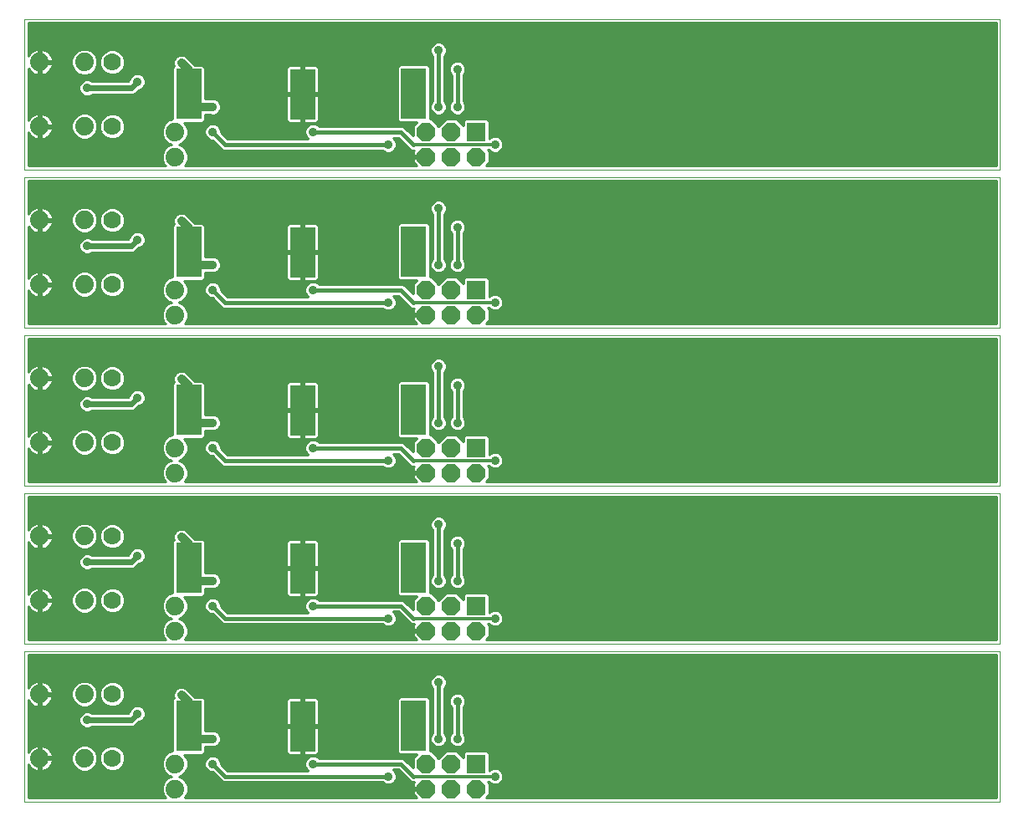
<source format=gbl>
G75*
G70*
%OFA0B0*%
%FSLAX24Y24*%
%IPPOS*%
%LPD*%
%AMOC8*
5,1,8,0,0,1.08239X$1,22.5*
%
%ADD10C,0.0000*%
%ADD11R,0.0740X0.0740*%
%ADD12OC8,0.0740*%
%ADD13C,0.0700*%
%ADD14C,0.0740*%
%ADD15R,0.1000X0.2000*%
%ADD16C,0.0317*%
%ADD17C,0.0240*%
%ADD18C,0.0320*%
%ADD19C,0.0356*%
%ADD20C,0.0120*%
%ADD21C,0.0160*%
%ADD22C,0.0100*%
D10*
X000151Y000302D02*
X000151Y006298D01*
X039021Y006298D01*
X039021Y000302D01*
X000151Y000302D01*
X000151Y006602D02*
X000151Y012598D01*
X039021Y012598D01*
X039021Y006602D01*
X000151Y006602D01*
X000151Y012901D02*
X000151Y018897D01*
X039021Y018897D01*
X039021Y012901D01*
X000151Y012901D01*
X000151Y019200D02*
X000151Y025196D01*
X039021Y025196D01*
X039021Y019200D01*
X000151Y019200D01*
X000151Y025499D02*
X000151Y031495D01*
X039021Y031495D01*
X039021Y025499D01*
X000151Y025499D01*
D11*
X018151Y026999D03*
X018151Y020700D03*
X018151Y014401D03*
X018151Y008102D03*
X018151Y001802D03*
D12*
X018151Y000802D03*
X017151Y000802D03*
X016151Y000802D03*
X016151Y001802D03*
X017151Y001802D03*
X017151Y007102D03*
X016151Y007102D03*
X016151Y008102D03*
X017151Y008102D03*
X018151Y007102D03*
X018151Y013401D03*
X017151Y013401D03*
X016151Y013401D03*
X016151Y014401D03*
X017151Y014401D03*
X017151Y019700D03*
X016151Y019700D03*
X016151Y020700D03*
X017151Y020700D03*
X018151Y019700D03*
X018151Y025999D03*
X017151Y025999D03*
X016151Y025999D03*
X016151Y026999D03*
X017151Y026999D03*
D13*
X003651Y027220D03*
X003651Y029779D03*
X003651Y023480D03*
X003651Y020920D03*
X003651Y017180D03*
X003651Y014621D03*
X003651Y010881D03*
X003651Y008322D03*
X003651Y004582D03*
X003651Y002023D03*
D14*
X002541Y002022D03*
X000761Y002022D03*
X000761Y004582D03*
X002541Y004582D03*
X006151Y007102D03*
X006151Y008102D03*
X002541Y008322D03*
X000761Y008322D03*
X000761Y010882D03*
X002541Y010882D03*
X006151Y013401D03*
X006151Y014401D03*
X002541Y014621D03*
X000761Y014621D03*
X000761Y017181D03*
X002541Y017181D03*
X006151Y019700D03*
X006151Y020700D03*
X002541Y020920D03*
X000761Y020920D03*
X000761Y023480D03*
X002541Y023480D03*
X006151Y025999D03*
X006151Y026999D03*
X002541Y027219D03*
X000761Y027219D03*
X000761Y029779D03*
X002541Y029779D03*
X006151Y001802D03*
X006151Y000802D03*
D15*
X006698Y003310D03*
X011230Y003302D03*
X015659Y003330D03*
X011230Y009602D03*
X015659Y009629D03*
X015659Y015928D03*
X011230Y015901D03*
X006698Y015909D03*
X006698Y009609D03*
X006698Y022208D03*
X011230Y022200D03*
X015659Y022228D03*
X015659Y028527D03*
X011230Y028499D03*
X006698Y028507D03*
D16*
X006401Y029749D03*
X006401Y023450D03*
X006401Y017151D03*
X006401Y010852D03*
X006401Y004552D03*
D17*
X006698Y004255D02*
X006698Y003310D01*
X004651Y003802D02*
X004401Y003552D01*
X002651Y003552D01*
X002651Y009852D02*
X004401Y009852D01*
X004651Y010102D01*
X006698Y010554D02*
X006698Y009609D01*
X006698Y015909D02*
X006698Y016854D01*
X004651Y016401D02*
X004401Y016151D01*
X002651Y016151D01*
X006698Y022208D02*
X006698Y023153D01*
X004651Y022700D02*
X004401Y022450D01*
X002651Y022450D01*
X002651Y028749D02*
X004401Y028749D01*
X004651Y028999D01*
X006698Y029452D02*
X006698Y028507D01*
D18*
X007206Y027999D02*
X007651Y027999D01*
X006698Y029452D02*
X006401Y029749D01*
X006401Y023450D02*
X006698Y023153D01*
X007206Y021700D02*
X007651Y021700D01*
X006401Y017151D02*
X006698Y016854D01*
X007206Y015401D02*
X007651Y015401D01*
X006401Y010852D02*
X006698Y010554D01*
X007206Y009102D02*
X007651Y009102D01*
X006401Y004552D02*
X006698Y004255D01*
X007206Y002802D02*
X007651Y002802D01*
D19*
X007651Y002802D03*
X007651Y001802D03*
X010651Y001802D03*
X011651Y001802D03*
X014651Y001302D03*
X016651Y002802D03*
X017401Y002802D03*
X018651Y002802D03*
X018901Y001302D03*
X017401Y004302D03*
X016651Y005052D03*
X014151Y005302D03*
X014651Y007602D03*
X016651Y009102D03*
X017401Y009102D03*
X018651Y009102D03*
X018901Y007602D03*
X017401Y010602D03*
X016651Y011352D03*
X014151Y011602D03*
X014651Y013901D03*
X016651Y015401D03*
X017401Y015401D03*
X018651Y015401D03*
X017401Y016901D03*
X016651Y017651D03*
X014151Y017901D03*
X011651Y017401D03*
X010651Y017401D03*
X007651Y015401D03*
X007651Y014401D03*
X010651Y014401D03*
X011651Y014401D03*
X011651Y011102D03*
X010651Y011102D03*
X007651Y009102D03*
X007651Y008102D03*
X010651Y008102D03*
X011651Y008102D03*
X011651Y004802D03*
X010651Y004802D03*
X004651Y003802D03*
X002651Y003552D03*
X002651Y009852D03*
X004651Y010102D03*
X002651Y016151D03*
X004651Y016401D03*
X007651Y020700D03*
X007651Y021700D03*
X004651Y022700D03*
X002651Y022450D03*
X007651Y026999D03*
X007651Y027999D03*
X004651Y028999D03*
X002651Y028749D03*
X010651Y029999D03*
X011651Y029999D03*
X014151Y030499D03*
X016651Y030249D03*
X017401Y029499D03*
X017401Y027999D03*
X016651Y027999D03*
X018651Y027999D03*
X018901Y026499D03*
X016651Y023950D03*
X017401Y023200D03*
X017401Y021700D03*
X016651Y021700D03*
X018651Y021700D03*
X018901Y020200D03*
X014651Y020200D03*
X011651Y020700D03*
X010651Y020700D03*
X010651Y023700D03*
X011651Y023700D03*
X014151Y024200D03*
X014651Y026499D03*
X011651Y026999D03*
X010651Y026999D03*
X018901Y013901D03*
D20*
X015651Y013901D01*
X015651Y020200D02*
X018901Y020200D01*
X018901Y026499D02*
X015651Y026499D01*
X015651Y007602D02*
X018901Y007602D01*
X018901Y001302D02*
X015651Y001302D01*
D21*
X015151Y001802D01*
X011651Y001802D01*
X014651Y001302D02*
X008151Y001302D01*
X007651Y001802D01*
X007206Y002802D02*
X006698Y003310D01*
X008151Y007602D02*
X007651Y008102D01*
X008151Y007602D02*
X014651Y007602D01*
X015151Y008102D02*
X011651Y008102D01*
X015151Y008102D02*
X015651Y007602D01*
X016651Y009102D02*
X016651Y011352D01*
X017401Y010602D02*
X017401Y009102D01*
X016651Y005052D02*
X016651Y002802D01*
X017401Y002802D02*
X017401Y004302D01*
X007206Y009102D02*
X006698Y009609D01*
X008151Y013901D02*
X007651Y014401D01*
X008151Y013901D02*
X014651Y013901D01*
X015151Y014401D02*
X011651Y014401D01*
X015151Y014401D02*
X015651Y013901D01*
X016651Y015401D02*
X016651Y017651D01*
X017401Y016901D02*
X017401Y015401D01*
X015651Y020200D02*
X015151Y020700D01*
X011651Y020700D01*
X014651Y020200D02*
X008151Y020200D01*
X007651Y020700D01*
X007206Y021700D02*
X006698Y022208D01*
X008151Y026499D02*
X007651Y026999D01*
X008151Y026499D02*
X014651Y026499D01*
X015151Y026999D02*
X011651Y026999D01*
X015151Y026999D02*
X015651Y026499D01*
X016651Y027999D02*
X016651Y030249D01*
X017401Y029499D02*
X017401Y027999D01*
X016651Y023950D02*
X016651Y021700D01*
X017401Y021700D02*
X017401Y023200D01*
X007206Y027999D02*
X006698Y028507D01*
X006698Y015909D02*
X007206Y015401D01*
D22*
X007348Y015711D02*
X007348Y016971D01*
X007261Y017059D01*
X006932Y017059D01*
X006577Y017414D01*
X006463Y017461D01*
X006339Y017461D01*
X006226Y017414D01*
X006138Y017326D01*
X006091Y017212D01*
X006091Y017089D01*
X006113Y017036D01*
X006048Y016971D01*
X006048Y014921D01*
X005857Y014842D01*
X005710Y014695D01*
X005631Y014504D01*
X005631Y014297D01*
X005710Y014106D01*
X005857Y013960D01*
X006000Y013901D01*
X005857Y013842D01*
X005710Y013695D01*
X005631Y013504D01*
X005631Y013297D01*
X005710Y013106D01*
X005766Y013051D01*
X000301Y013051D01*
X000301Y014378D01*
X000316Y014348D01*
X000365Y014282D01*
X000422Y014224D01*
X000489Y014176D01*
X000562Y014139D01*
X000639Y014114D01*
X000711Y014102D01*
X000711Y014571D01*
X000811Y014571D01*
X000811Y014671D01*
X000711Y014671D01*
X000711Y015139D01*
X000639Y015128D01*
X000562Y015103D01*
X000489Y015066D01*
X000422Y015017D01*
X000365Y014960D01*
X000316Y014893D01*
X000301Y014863D01*
X000301Y016938D01*
X000316Y016908D01*
X000365Y016842D01*
X000422Y016784D01*
X000489Y016736D01*
X000562Y016699D01*
X000639Y016674D01*
X000711Y016662D01*
X000711Y017131D01*
X000811Y017131D01*
X000811Y017231D01*
X000711Y017231D01*
X000711Y017699D01*
X000639Y017688D01*
X000562Y017663D01*
X000489Y017626D01*
X000422Y017577D01*
X000365Y017520D01*
X000316Y017453D01*
X000301Y017423D01*
X000301Y018747D01*
X038871Y018747D01*
X038871Y013051D01*
X018536Y013051D01*
X018671Y013185D01*
X018671Y013616D01*
X018596Y013691D01*
X018647Y013691D01*
X018715Y013623D01*
X018836Y013573D01*
X018966Y013573D01*
X019087Y013623D01*
X019179Y013715D01*
X019229Y013835D01*
X019229Y013966D01*
X019179Y014087D01*
X019087Y014179D01*
X018966Y014229D01*
X018836Y014229D01*
X018715Y014179D01*
X018671Y014135D01*
X018671Y014833D01*
X018583Y014921D01*
X017719Y014921D01*
X017631Y014833D01*
X017631Y014656D01*
X017367Y014921D01*
X016936Y014921D01*
X016651Y014636D01*
X016367Y014921D01*
X016309Y014921D01*
X016309Y016990D01*
X016221Y017078D01*
X015097Y017078D01*
X015009Y016990D01*
X015009Y014866D01*
X015097Y014778D01*
X015793Y014778D01*
X015631Y014616D01*
X015631Y014246D01*
X015381Y014496D01*
X015246Y014631D01*
X011885Y014631D01*
X011837Y014679D01*
X011716Y014729D01*
X011586Y014729D01*
X011465Y014679D01*
X011373Y014587D01*
X011323Y014466D01*
X011323Y014335D01*
X011373Y014215D01*
X011457Y014131D01*
X008246Y014131D01*
X007979Y014398D01*
X007979Y014466D01*
X007929Y014587D01*
X007837Y014679D01*
X007716Y014729D01*
X007586Y014729D01*
X007465Y014679D01*
X007373Y014587D01*
X007323Y014466D01*
X007323Y014335D01*
X007373Y014215D01*
X007465Y014123D01*
X007586Y014073D01*
X007654Y014073D01*
X008056Y013671D01*
X008246Y013671D01*
X014417Y013671D01*
X014465Y013623D01*
X014586Y013573D01*
X014716Y013573D01*
X014837Y013623D01*
X014929Y013715D01*
X014979Y013835D01*
X014979Y013966D01*
X014929Y014087D01*
X014845Y014171D01*
X015056Y014171D01*
X015556Y013671D01*
X015686Y013671D01*
X015631Y013616D01*
X015631Y013451D01*
X016101Y013451D01*
X016101Y013351D01*
X015631Y013351D01*
X015631Y013185D01*
X015766Y013051D01*
X006536Y013051D01*
X006592Y013106D01*
X006671Y013297D01*
X006671Y013504D01*
X006592Y013695D01*
X006446Y013842D01*
X006303Y013901D01*
X006446Y013960D01*
X006592Y014106D01*
X006671Y014297D01*
X006671Y014504D01*
X006592Y014695D01*
X006529Y014759D01*
X007261Y014759D01*
X007348Y014846D01*
X007348Y015091D01*
X007542Y015091D01*
X007586Y015073D01*
X007716Y015073D01*
X007837Y015123D01*
X007929Y015215D01*
X007979Y015335D01*
X007979Y015466D01*
X007929Y015587D01*
X007837Y015679D01*
X007716Y015729D01*
X007586Y015729D01*
X007542Y015711D01*
X007348Y015711D01*
X007348Y015774D02*
X010580Y015774D01*
X010580Y015851D02*
X010580Y014881D01*
X010590Y014843D01*
X010610Y014809D01*
X010638Y014781D01*
X010672Y014761D01*
X010710Y014751D01*
X011180Y014751D01*
X011180Y015851D01*
X010580Y015851D01*
X010580Y015951D02*
X011180Y015951D01*
X011180Y017051D01*
X010710Y017051D01*
X010672Y017041D01*
X010638Y017021D01*
X010610Y016993D01*
X010590Y016959D01*
X010580Y016921D01*
X010580Y015951D01*
X010580Y015971D02*
X007348Y015971D01*
X007348Y016069D02*
X010580Y016069D01*
X010580Y016168D02*
X007348Y016168D01*
X007348Y016266D02*
X010580Y016266D01*
X010580Y016365D02*
X007348Y016365D01*
X007348Y016463D02*
X010580Y016463D01*
X010580Y016562D02*
X007348Y016562D01*
X007348Y016661D02*
X010580Y016661D01*
X010580Y016759D02*
X007348Y016759D01*
X007348Y016858D02*
X010580Y016858D01*
X010590Y016956D02*
X007348Y016956D01*
X007264Y017055D02*
X015073Y017055D01*
X015009Y016956D02*
X011870Y016956D01*
X011870Y016959D02*
X011850Y016993D01*
X011822Y017021D01*
X011788Y017041D01*
X011750Y017051D01*
X011280Y017051D01*
X011280Y015951D01*
X011180Y015951D01*
X011180Y015851D01*
X011280Y015851D01*
X011280Y015951D01*
X011880Y015951D01*
X011880Y016921D01*
X011870Y016959D01*
X011880Y016858D02*
X015009Y016858D01*
X015009Y016759D02*
X011880Y016759D01*
X011880Y016661D02*
X015009Y016661D01*
X015009Y016562D02*
X011880Y016562D01*
X011880Y016463D02*
X015009Y016463D01*
X015009Y016365D02*
X011880Y016365D01*
X011880Y016266D02*
X015009Y016266D01*
X015009Y016168D02*
X011880Y016168D01*
X011880Y016069D02*
X015009Y016069D01*
X015009Y015971D02*
X011880Y015971D01*
X011880Y015851D02*
X011880Y014881D01*
X011870Y014843D01*
X011850Y014809D01*
X011822Y014781D01*
X011788Y014761D01*
X011750Y014751D01*
X011280Y014751D01*
X011280Y015851D01*
X011880Y015851D01*
X011880Y015774D02*
X015009Y015774D01*
X015009Y015872D02*
X011280Y015872D01*
X011280Y015774D02*
X011180Y015774D01*
X011180Y015872D02*
X007348Y015872D01*
X007841Y015675D02*
X010580Y015675D01*
X010580Y015577D02*
X007933Y015577D01*
X007974Y015478D02*
X010580Y015478D01*
X010580Y015379D02*
X007979Y015379D01*
X007957Y015281D02*
X010580Y015281D01*
X010580Y015182D02*
X007897Y015182D01*
X007743Y015084D02*
X010580Y015084D01*
X010580Y014985D02*
X007348Y014985D01*
X007348Y014887D02*
X010580Y014887D01*
X010630Y014788D02*
X007290Y014788D01*
X007378Y014591D02*
X006635Y014591D01*
X006671Y014493D02*
X007334Y014493D01*
X007323Y014394D02*
X006671Y014394D01*
X006670Y014296D02*
X007340Y014296D01*
X007391Y014197D02*
X006630Y014197D01*
X006584Y014098D02*
X007524Y014098D01*
X007727Y014000D02*
X006486Y014000D01*
X006484Y013803D02*
X007924Y013803D01*
X007825Y013901D02*
X006304Y013901D01*
X005998Y013901D02*
X000301Y013901D01*
X000301Y013803D02*
X005818Y013803D01*
X005719Y013704D02*
X000301Y013704D01*
X000301Y013606D02*
X005673Y013606D01*
X005632Y013507D02*
X000301Y013507D01*
X000301Y013409D02*
X005631Y013409D01*
X005631Y013310D02*
X000301Y013310D01*
X000301Y013212D02*
X005667Y013212D01*
X005708Y013113D02*
X000301Y013113D01*
X000301Y012448D02*
X038871Y012448D01*
X038871Y006752D01*
X018536Y006752D01*
X018671Y006886D01*
X018671Y007317D01*
X018596Y007392D01*
X018647Y007392D01*
X018715Y007323D01*
X018836Y007273D01*
X018966Y007273D01*
X019087Y007323D01*
X019179Y007416D01*
X019229Y007536D01*
X019229Y007667D01*
X019179Y007787D01*
X019087Y007880D01*
X018966Y007930D01*
X018836Y007930D01*
X018715Y007880D01*
X018671Y007835D01*
X018671Y008534D01*
X018583Y008622D01*
X017719Y008622D01*
X017631Y008534D01*
X017631Y008357D01*
X017367Y008622D01*
X016936Y008622D01*
X016651Y008337D01*
X016367Y008622D01*
X016309Y008622D01*
X016309Y010691D01*
X016221Y010779D01*
X015097Y010779D01*
X015009Y010691D01*
X015009Y008567D01*
X015097Y008479D01*
X015793Y008479D01*
X015631Y008317D01*
X015631Y007947D01*
X015381Y008197D01*
X015246Y008332D01*
X011885Y008332D01*
X011837Y008380D01*
X011716Y008430D01*
X011586Y008430D01*
X011465Y008380D01*
X011373Y008287D01*
X011323Y008167D01*
X011323Y008036D01*
X011373Y007916D01*
X011457Y007832D01*
X008246Y007832D01*
X007979Y008099D01*
X007979Y008167D01*
X007929Y008287D01*
X007837Y008380D01*
X007716Y008430D01*
X007586Y008430D01*
X007465Y008380D01*
X007373Y008287D01*
X007323Y008167D01*
X007323Y008036D01*
X007373Y007916D01*
X007465Y007823D01*
X007586Y007773D01*
X007654Y007773D01*
X008056Y007372D01*
X008246Y007372D01*
X014417Y007372D01*
X014465Y007323D01*
X014586Y007273D01*
X014716Y007273D01*
X014837Y007323D01*
X014929Y007416D01*
X014979Y007536D01*
X014979Y007667D01*
X014929Y007787D01*
X014845Y007872D01*
X015056Y007872D01*
X015556Y007372D01*
X015686Y007372D01*
X015631Y007317D01*
X015631Y007151D01*
X016101Y007151D01*
X016101Y007052D01*
X015631Y007052D01*
X015631Y006886D01*
X015766Y006752D01*
X006536Y006752D01*
X006592Y006807D01*
X006671Y006998D01*
X006671Y007205D01*
X006592Y007396D01*
X006446Y007542D01*
X006303Y007602D01*
X006446Y007661D01*
X006592Y007807D01*
X006671Y007998D01*
X006671Y008205D01*
X006592Y008396D01*
X006529Y008459D01*
X007261Y008459D01*
X007348Y008547D01*
X007348Y008792D01*
X007542Y008792D01*
X007586Y008773D01*
X007716Y008773D01*
X007837Y008823D01*
X007929Y008916D01*
X007979Y009036D01*
X007979Y009167D01*
X007929Y009287D01*
X007837Y009380D01*
X007716Y009430D01*
X007586Y009430D01*
X007542Y009412D01*
X007348Y009412D01*
X007348Y010672D01*
X007261Y010759D01*
X006932Y010759D01*
X006577Y011114D01*
X006463Y011162D01*
X006339Y011162D01*
X006226Y011114D01*
X006138Y011027D01*
X006091Y010913D01*
X006091Y010790D01*
X006113Y010736D01*
X006048Y010672D01*
X006048Y008622D01*
X005857Y008542D01*
X005710Y008396D01*
X005631Y008205D01*
X005631Y007998D01*
X005710Y007807D01*
X005857Y007661D01*
X006000Y007602D01*
X005857Y007542D01*
X005710Y007396D01*
X005631Y007205D01*
X005631Y006998D01*
X005710Y006807D01*
X005766Y006752D01*
X000301Y006752D01*
X000301Y008079D01*
X000316Y008049D01*
X000365Y007983D01*
X000422Y007925D01*
X000489Y007877D01*
X000562Y007840D01*
X000639Y007814D01*
X000711Y007803D01*
X000711Y008271D01*
X000811Y008271D01*
X000811Y007803D01*
X000883Y007814D01*
X000961Y007840D01*
X001034Y007877D01*
X001100Y007925D01*
X001158Y007983D01*
X001206Y008049D01*
X001243Y008122D01*
X001268Y008200D01*
X001280Y008272D01*
X000811Y008272D01*
X000811Y008371D01*
X001280Y008371D01*
X001268Y008443D01*
X001243Y008521D01*
X001206Y008594D01*
X001158Y008660D01*
X001100Y008718D01*
X001034Y008766D01*
X000961Y008803D01*
X000883Y008829D01*
X000811Y008840D01*
X000811Y008372D01*
X000711Y008372D01*
X000711Y008840D01*
X000639Y008829D01*
X000562Y008803D01*
X000489Y008766D01*
X000422Y008718D01*
X000365Y008660D01*
X000316Y008594D01*
X000301Y008564D01*
X000301Y010639D01*
X000316Y010609D01*
X000365Y010543D01*
X000422Y010485D01*
X000489Y010437D01*
X000562Y010400D01*
X000639Y010374D01*
X000711Y010363D01*
X000711Y010831D01*
X000811Y010831D01*
X000811Y010363D01*
X000883Y010374D01*
X000961Y010400D01*
X001034Y010437D01*
X001100Y010485D01*
X001158Y010543D01*
X001206Y010609D01*
X001243Y010682D01*
X001268Y010760D01*
X001280Y010832D01*
X000811Y010832D01*
X000811Y010931D01*
X001280Y010931D01*
X001268Y011003D01*
X001243Y011081D01*
X001206Y011154D01*
X001158Y011220D01*
X001100Y011278D01*
X001034Y011326D01*
X000961Y011363D01*
X000883Y011389D01*
X000811Y011400D01*
X000811Y010932D01*
X000711Y010932D01*
X000711Y011400D01*
X000639Y011389D01*
X000562Y011363D01*
X000489Y011326D01*
X000422Y011278D01*
X000365Y011220D01*
X000316Y011154D01*
X000301Y011124D01*
X000301Y012448D01*
X000301Y012423D02*
X038871Y012423D01*
X038871Y012325D02*
X000301Y012325D01*
X000301Y012226D02*
X038871Y012226D01*
X038871Y012128D02*
X000301Y012128D01*
X000301Y012029D02*
X038871Y012029D01*
X038871Y011930D02*
X000301Y011930D01*
X000301Y011832D02*
X038871Y011832D01*
X038871Y011733D02*
X000301Y011733D01*
X000301Y011635D02*
X016478Y011635D01*
X016465Y011630D02*
X016373Y011537D01*
X016323Y011417D01*
X016323Y011286D01*
X016373Y011166D01*
X016421Y011118D01*
X016421Y009336D01*
X016373Y009287D01*
X016323Y009167D01*
X016323Y009036D01*
X016373Y008916D01*
X016465Y008823D01*
X016586Y008773D01*
X016716Y008773D01*
X016837Y008823D01*
X016929Y008916D01*
X016979Y009036D01*
X016979Y009167D01*
X016929Y009287D01*
X016881Y009336D01*
X016881Y011118D01*
X016929Y011166D01*
X016979Y011286D01*
X016979Y011417D01*
X016929Y011537D01*
X016837Y011630D01*
X016716Y011680D01*
X016586Y011680D01*
X016465Y011630D01*
X016373Y011536D02*
X000301Y011536D01*
X000301Y011438D02*
X016332Y011438D01*
X016323Y011339D02*
X003852Y011339D01*
X003934Y011305D02*
X003751Y011381D01*
X003552Y011381D01*
X003368Y011305D01*
X003227Y011164D01*
X003151Y010981D01*
X003151Y010782D01*
X003227Y010598D01*
X003368Y010457D01*
X003552Y010381D01*
X003751Y010381D01*
X003934Y010457D01*
X004075Y010598D01*
X004151Y010782D01*
X004151Y010981D01*
X004075Y011164D01*
X003934Y011305D01*
X003999Y011241D02*
X016342Y011241D01*
X016397Y011142D02*
X006510Y011142D01*
X006648Y011044D02*
X016421Y011044D01*
X016421Y010945D02*
X006746Y010945D01*
X006845Y010846D02*
X016421Y010846D01*
X016421Y010748D02*
X016252Y010748D01*
X016309Y010649D02*
X016421Y010649D01*
X016421Y010551D02*
X016309Y010551D01*
X016309Y010452D02*
X016421Y010452D01*
X016421Y010354D02*
X016309Y010354D01*
X016309Y010255D02*
X016421Y010255D01*
X016421Y010157D02*
X016309Y010157D01*
X016309Y010058D02*
X016421Y010058D01*
X016421Y009960D02*
X016309Y009960D01*
X016309Y009861D02*
X016421Y009861D01*
X016421Y009763D02*
X016309Y009763D01*
X016309Y009664D02*
X016421Y009664D01*
X016421Y009565D02*
X016309Y009565D01*
X016309Y009467D02*
X016421Y009467D01*
X016421Y009368D02*
X016309Y009368D01*
X016309Y009270D02*
X016366Y009270D01*
X016325Y009171D02*
X016309Y009171D01*
X016309Y009073D02*
X016323Y009073D01*
X016309Y008974D02*
X016349Y008974D01*
X016309Y008876D02*
X016413Y008876D01*
X016309Y008777D02*
X016577Y008777D01*
X016725Y008777D02*
X017327Y008777D01*
X017336Y008773D02*
X017466Y008773D01*
X017587Y008823D01*
X017679Y008916D01*
X017729Y009036D01*
X017729Y009167D01*
X017679Y009287D01*
X017631Y009336D01*
X017631Y010368D01*
X017679Y010416D01*
X017729Y010536D01*
X017729Y010667D01*
X017679Y010787D01*
X017587Y010880D01*
X017466Y010930D01*
X017336Y010930D01*
X017215Y010880D01*
X017123Y010787D01*
X017073Y010667D01*
X017073Y010536D01*
X017123Y010416D01*
X017171Y010368D01*
X017171Y009336D01*
X017123Y009287D01*
X017073Y009167D01*
X017073Y009036D01*
X017123Y008916D01*
X017215Y008823D01*
X017336Y008773D01*
X017475Y008777D02*
X038871Y008777D01*
X038871Y008679D02*
X016309Y008679D01*
X016408Y008580D02*
X016894Y008580D01*
X016796Y008481D02*
X016507Y008481D01*
X016605Y008383D02*
X016697Y008383D01*
X016889Y008876D02*
X017163Y008876D01*
X017099Y008974D02*
X016954Y008974D01*
X016979Y009073D02*
X017073Y009073D01*
X017075Y009171D02*
X016977Y009171D01*
X016937Y009270D02*
X017116Y009270D01*
X017171Y009368D02*
X016881Y009368D01*
X016881Y009467D02*
X017171Y009467D01*
X017171Y009565D02*
X016881Y009565D01*
X016881Y009664D02*
X017171Y009664D01*
X017171Y009763D02*
X016881Y009763D01*
X016881Y009861D02*
X017171Y009861D01*
X017171Y009960D02*
X016881Y009960D01*
X016881Y010058D02*
X017171Y010058D01*
X017171Y010157D02*
X016881Y010157D01*
X016881Y010255D02*
X017171Y010255D01*
X017171Y010354D02*
X016881Y010354D01*
X016881Y010452D02*
X017108Y010452D01*
X017073Y010551D02*
X016881Y010551D01*
X016881Y010649D02*
X017073Y010649D01*
X017107Y010748D02*
X016881Y010748D01*
X016881Y010846D02*
X017182Y010846D01*
X016881Y010945D02*
X038871Y010945D01*
X038871Y010846D02*
X017620Y010846D01*
X017696Y010748D02*
X038871Y010748D01*
X038871Y010649D02*
X017729Y010649D01*
X017729Y010551D02*
X038871Y010551D01*
X038871Y010452D02*
X017694Y010452D01*
X017631Y010354D02*
X038871Y010354D01*
X038871Y010255D02*
X017631Y010255D01*
X017631Y010157D02*
X038871Y010157D01*
X038871Y010058D02*
X017631Y010058D01*
X017631Y009960D02*
X038871Y009960D01*
X038871Y009861D02*
X017631Y009861D01*
X017631Y009763D02*
X038871Y009763D01*
X038871Y009664D02*
X017631Y009664D01*
X017631Y009565D02*
X038871Y009565D01*
X038871Y009467D02*
X017631Y009467D01*
X017631Y009368D02*
X038871Y009368D01*
X038871Y009270D02*
X017687Y009270D01*
X017727Y009171D02*
X038871Y009171D01*
X038871Y009073D02*
X017729Y009073D01*
X017704Y008974D02*
X038871Y008974D01*
X038871Y008876D02*
X017639Y008876D01*
X017677Y008580D02*
X017408Y008580D01*
X017507Y008481D02*
X017631Y008481D01*
X017631Y008383D02*
X017605Y008383D01*
X018625Y008580D02*
X038871Y008580D01*
X038871Y008481D02*
X018671Y008481D01*
X018671Y008383D02*
X038871Y008383D01*
X038871Y008284D02*
X018671Y008284D01*
X018671Y008186D02*
X038871Y008186D01*
X038871Y008087D02*
X018671Y008087D01*
X018671Y007989D02*
X038871Y007989D01*
X038871Y007890D02*
X019062Y007890D01*
X019175Y007792D02*
X038871Y007792D01*
X038871Y007693D02*
X019218Y007693D01*
X019229Y007595D02*
X038871Y007595D01*
X038871Y007496D02*
X019213Y007496D01*
X019161Y007397D02*
X038871Y007397D01*
X038871Y007299D02*
X019028Y007299D01*
X018774Y007299D02*
X018671Y007299D01*
X018671Y007200D02*
X038871Y007200D01*
X038871Y007102D02*
X018671Y007102D01*
X018671Y007003D02*
X038871Y007003D01*
X038871Y006905D02*
X018671Y006905D01*
X018591Y006806D02*
X038871Y006806D01*
X038871Y006148D02*
X038871Y000452D01*
X018536Y000452D01*
X018671Y000587D01*
X018671Y001018D01*
X018596Y001092D01*
X018647Y001092D01*
X018715Y001024D01*
X018836Y000974D01*
X018966Y000974D01*
X019087Y001024D01*
X019179Y001116D01*
X019229Y001237D01*
X019229Y001368D01*
X019179Y001488D01*
X019087Y001580D01*
X018966Y001630D01*
X018836Y001630D01*
X018715Y001580D01*
X018671Y001536D01*
X018671Y002234D01*
X018583Y002322D01*
X017719Y002322D01*
X017631Y002234D01*
X017631Y002058D01*
X017367Y002322D01*
X016936Y002322D01*
X016651Y002038D01*
X016367Y002322D01*
X016309Y002322D01*
X016309Y004392D01*
X016221Y004480D01*
X015097Y004480D01*
X015009Y004392D01*
X015009Y002268D01*
X015097Y002180D01*
X015793Y002180D01*
X015631Y002018D01*
X015631Y001648D01*
X015381Y001898D01*
X015246Y002032D01*
X011885Y002032D01*
X011837Y002080D01*
X011716Y002130D01*
X011586Y002130D01*
X011465Y002080D01*
X011373Y001988D01*
X011323Y001868D01*
X011323Y001737D01*
X011373Y001616D01*
X011457Y001532D01*
X008246Y001532D01*
X007979Y001799D01*
X007979Y001868D01*
X007929Y001988D01*
X007837Y002080D01*
X007716Y002130D01*
X007586Y002130D01*
X007465Y002080D01*
X007373Y001988D01*
X007323Y001868D01*
X007323Y001737D01*
X007373Y001616D01*
X007465Y001524D01*
X007586Y001474D01*
X007654Y001474D01*
X008056Y001072D01*
X008246Y001072D01*
X014417Y001072D01*
X014465Y001024D01*
X014586Y000974D01*
X014716Y000974D01*
X014837Y001024D01*
X014929Y001116D01*
X014979Y001237D01*
X014979Y001368D01*
X014929Y001488D01*
X014845Y001572D01*
X015056Y001572D01*
X015556Y001072D01*
X015686Y001072D01*
X015631Y001018D01*
X015631Y000852D01*
X016101Y000852D01*
X016101Y000752D01*
X015631Y000752D01*
X015631Y000587D01*
X015766Y000452D01*
X006536Y000452D01*
X006592Y000508D01*
X006671Y000699D01*
X006671Y000906D01*
X006592Y001097D01*
X006446Y001243D01*
X006303Y001302D01*
X006446Y001362D01*
X006592Y001508D01*
X006671Y001699D01*
X006671Y001906D01*
X006592Y002097D01*
X006529Y002160D01*
X007261Y002160D01*
X007348Y002248D01*
X007348Y002492D01*
X007542Y002492D01*
X007586Y002474D01*
X007716Y002474D01*
X007837Y002524D01*
X007929Y002616D01*
X007979Y002737D01*
X007979Y002868D01*
X007929Y002988D01*
X007837Y003080D01*
X007716Y003130D01*
X007586Y003130D01*
X007542Y003112D01*
X007348Y003112D01*
X007348Y004372D01*
X007261Y004460D01*
X006932Y004460D01*
X006577Y004815D01*
X006463Y004862D01*
X006339Y004862D01*
X006226Y004815D01*
X006138Y004728D01*
X006091Y004614D01*
X006091Y004491D01*
X006113Y004437D01*
X006048Y004372D01*
X006048Y002322D01*
X005857Y002243D01*
X005710Y002097D01*
X005631Y001906D01*
X005631Y001699D01*
X005710Y001508D01*
X005857Y001362D01*
X006000Y001302D01*
X005857Y001243D01*
X005710Y001097D01*
X005631Y000906D01*
X005631Y000699D01*
X005710Y000508D01*
X005766Y000452D01*
X000301Y000452D01*
X000301Y001780D01*
X000316Y001750D01*
X000365Y001684D01*
X000422Y001626D01*
X000489Y001578D01*
X000562Y001540D01*
X000639Y001515D01*
X000711Y001504D01*
X000711Y001972D01*
X000811Y001972D01*
X000811Y001504D01*
X000883Y001515D01*
X000961Y001540D01*
X001034Y001578D01*
X001100Y001626D01*
X001158Y001684D01*
X001206Y001750D01*
X001243Y001823D01*
X001268Y001901D01*
X001280Y001972D01*
X000811Y001972D01*
X000811Y002072D01*
X001280Y002072D01*
X001268Y002144D01*
X001243Y002222D01*
X001206Y002295D01*
X001158Y002361D01*
X001100Y002419D01*
X001034Y002467D01*
X000961Y002504D01*
X000883Y002530D01*
X000811Y002541D01*
X000811Y002073D01*
X000711Y002073D01*
X000711Y002541D01*
X000639Y002530D01*
X000562Y002504D01*
X000489Y002467D01*
X000422Y002419D01*
X000365Y002361D01*
X000316Y002295D01*
X000301Y002265D01*
X000301Y004340D01*
X000316Y004310D01*
X000365Y004244D01*
X000422Y004186D01*
X000489Y004138D01*
X000562Y004100D01*
X000639Y004075D01*
X000711Y004064D01*
X000711Y004532D01*
X000811Y004532D01*
X000811Y004064D01*
X000883Y004075D01*
X000961Y004100D01*
X001034Y004138D01*
X001100Y004186D01*
X001158Y004244D01*
X002144Y004244D01*
X002100Y004288D02*
X002247Y004142D01*
X002438Y004062D01*
X002645Y004062D01*
X002836Y004142D01*
X002982Y004288D01*
X003061Y004479D01*
X003061Y004686D01*
X002982Y004877D01*
X002836Y005023D01*
X002645Y005102D01*
X002438Y005102D01*
X002247Y005023D01*
X002100Y004877D01*
X002021Y004686D01*
X002021Y004479D01*
X002100Y004288D01*
X002078Y004343D02*
X001223Y004343D01*
X001206Y004310D02*
X001243Y004383D01*
X001268Y004461D01*
X001280Y004532D01*
X000811Y004532D01*
X000811Y004632D01*
X001280Y004632D01*
X001268Y004704D01*
X001243Y004782D01*
X001206Y004855D01*
X001158Y004921D01*
X001100Y004979D01*
X001034Y005027D01*
X000961Y005064D01*
X000883Y005090D01*
X000811Y005101D01*
X000811Y004633D01*
X000711Y004633D01*
X000711Y005101D01*
X000639Y005090D01*
X000562Y005064D01*
X000489Y005027D01*
X000422Y004979D01*
X000365Y004921D01*
X000316Y004855D01*
X000301Y004825D01*
X000301Y006148D01*
X038871Y006148D01*
X038871Y006116D02*
X000301Y006116D01*
X000301Y006018D02*
X038871Y006018D01*
X038871Y005919D02*
X000301Y005919D01*
X000301Y005821D02*
X038871Y005821D01*
X038871Y005722D02*
X000301Y005722D01*
X000301Y005624D02*
X038871Y005624D01*
X038871Y005525D02*
X000301Y005525D01*
X000301Y005427D02*
X038871Y005427D01*
X038871Y005328D02*
X016839Y005328D01*
X016837Y005330D02*
X016716Y005380D01*
X016586Y005380D01*
X016465Y005330D01*
X016373Y005238D01*
X016323Y005118D01*
X016323Y004987D01*
X016373Y004866D01*
X016421Y004818D01*
X016421Y003036D01*
X016373Y002988D01*
X016323Y002868D01*
X016323Y002737D01*
X016373Y002616D01*
X016465Y002524D01*
X016586Y002474D01*
X016716Y002474D01*
X016837Y002524D01*
X016929Y002616D01*
X016979Y002737D01*
X016979Y002868D01*
X016929Y002988D01*
X016881Y003036D01*
X016881Y004818D01*
X016929Y004866D01*
X016979Y004987D01*
X016979Y005118D01*
X016929Y005238D01*
X016837Y005330D01*
X016933Y005230D02*
X038871Y005230D01*
X038871Y005131D02*
X016974Y005131D01*
X016979Y005032D02*
X038871Y005032D01*
X038871Y004934D02*
X016957Y004934D01*
X016898Y004835D02*
X038871Y004835D01*
X038871Y004737D02*
X016881Y004737D01*
X016881Y004638D02*
X038871Y004638D01*
X038871Y004540D02*
X017628Y004540D01*
X017587Y004580D02*
X017466Y004630D01*
X017336Y004630D01*
X017215Y004580D01*
X017123Y004488D01*
X017073Y004368D01*
X017073Y004237D01*
X017123Y004116D01*
X017171Y004068D01*
X017171Y003036D01*
X017123Y002988D01*
X017073Y002868D01*
X017073Y002737D01*
X017123Y002616D01*
X017215Y002524D01*
X017336Y002474D01*
X017466Y002474D01*
X017587Y002524D01*
X017679Y002616D01*
X017729Y002737D01*
X017729Y002868D01*
X017679Y002988D01*
X017631Y003036D01*
X017631Y004068D01*
X017679Y004116D01*
X017729Y004237D01*
X017729Y004368D01*
X017679Y004488D01*
X017587Y004580D01*
X017699Y004441D02*
X038871Y004441D01*
X038871Y004343D02*
X017729Y004343D01*
X017729Y004244D02*
X038871Y004244D01*
X038871Y004146D02*
X017691Y004146D01*
X017631Y004047D02*
X038871Y004047D01*
X038871Y003948D02*
X017631Y003948D01*
X017631Y003850D02*
X038871Y003850D01*
X038871Y003751D02*
X017631Y003751D01*
X017631Y003653D02*
X038871Y003653D01*
X038871Y003554D02*
X017631Y003554D01*
X017631Y003456D02*
X038871Y003456D01*
X038871Y003357D02*
X017631Y003357D01*
X017631Y003259D02*
X038871Y003259D01*
X038871Y003160D02*
X017631Y003160D01*
X017631Y003062D02*
X038871Y003062D01*
X038871Y002963D02*
X017690Y002963D01*
X017729Y002864D02*
X038871Y002864D01*
X038871Y002766D02*
X017729Y002766D01*
X017700Y002667D02*
X038871Y002667D01*
X038871Y002569D02*
X017632Y002569D01*
X017670Y002273D02*
X017416Y002273D01*
X017514Y002175D02*
X017631Y002175D01*
X017631Y002076D02*
X017613Y002076D01*
X017171Y002569D02*
X016882Y002569D01*
X016950Y002667D02*
X017102Y002667D01*
X017073Y002766D02*
X016979Y002766D01*
X016979Y002864D02*
X017073Y002864D01*
X017113Y002963D02*
X016940Y002963D01*
X016881Y003062D02*
X017171Y003062D01*
X017171Y003160D02*
X016881Y003160D01*
X016881Y003259D02*
X017171Y003259D01*
X017171Y003357D02*
X016881Y003357D01*
X016881Y003456D02*
X017171Y003456D01*
X017171Y003554D02*
X016881Y003554D01*
X016881Y003653D02*
X017171Y003653D01*
X017171Y003751D02*
X016881Y003751D01*
X016881Y003850D02*
X017171Y003850D01*
X017171Y003948D02*
X016881Y003948D01*
X016881Y004047D02*
X017171Y004047D01*
X017111Y004146D02*
X016881Y004146D01*
X016881Y004244D02*
X017073Y004244D01*
X017073Y004343D02*
X016881Y004343D01*
X016881Y004441D02*
X017104Y004441D01*
X017175Y004540D02*
X016881Y004540D01*
X016421Y004540D02*
X006852Y004540D01*
X006754Y004638D02*
X016421Y004638D01*
X016421Y004737D02*
X006655Y004737D01*
X006528Y004835D02*
X016404Y004835D01*
X016345Y004934D02*
X004006Y004934D01*
X004075Y004865D02*
X003934Y005006D01*
X003751Y005082D01*
X003552Y005082D01*
X003368Y005006D01*
X003227Y004865D01*
X003151Y004681D01*
X003151Y004482D01*
X003227Y004299D01*
X003368Y004158D01*
X003552Y004082D01*
X003751Y004082D01*
X003934Y004158D01*
X004075Y004299D01*
X004151Y004482D01*
X004151Y004681D01*
X004075Y004865D01*
X004087Y004835D02*
X006274Y004835D01*
X006147Y004737D02*
X004128Y004737D01*
X004151Y004638D02*
X006101Y004638D01*
X006091Y004540D02*
X004151Y004540D01*
X004134Y004441D02*
X006112Y004441D01*
X006048Y004343D02*
X004093Y004343D01*
X004020Y004244D02*
X006048Y004244D01*
X006048Y004146D02*
X003904Y004146D01*
X004373Y003988D02*
X004323Y003868D01*
X004323Y003856D01*
X004289Y003822D01*
X002845Y003822D01*
X002837Y003830D01*
X002716Y003880D01*
X002586Y003880D01*
X002465Y003830D01*
X002373Y003738D01*
X002323Y003618D01*
X002323Y003487D01*
X002373Y003366D01*
X002465Y003274D01*
X002586Y003224D01*
X002716Y003224D01*
X002837Y003274D01*
X002845Y003282D01*
X004347Y003282D01*
X004455Y003282D01*
X004554Y003323D01*
X004705Y003474D01*
X004716Y003474D01*
X004837Y003524D01*
X004929Y003616D01*
X004979Y003737D01*
X004979Y003868D01*
X004929Y003988D01*
X004837Y004080D01*
X004716Y004130D01*
X004586Y004130D01*
X004465Y004080D01*
X004373Y003988D01*
X004357Y003948D02*
X000301Y003948D01*
X000301Y003850D02*
X002512Y003850D01*
X002386Y003751D02*
X000301Y003751D01*
X000301Y003653D02*
X002338Y003653D01*
X002323Y003554D02*
X000301Y003554D01*
X000301Y003456D02*
X002336Y003456D01*
X002382Y003357D02*
X000301Y003357D01*
X000301Y003259D02*
X002503Y003259D01*
X002799Y003259D02*
X006048Y003259D01*
X006048Y003357D02*
X004588Y003357D01*
X004686Y003456D02*
X006048Y003456D01*
X006048Y003554D02*
X004867Y003554D01*
X004944Y003653D02*
X006048Y003653D01*
X006048Y003751D02*
X004979Y003751D01*
X004979Y003850D02*
X006048Y003850D01*
X006048Y003948D02*
X004946Y003948D01*
X004870Y004047D02*
X006048Y004047D01*
X006048Y003160D02*
X000301Y003160D01*
X000301Y003062D02*
X006048Y003062D01*
X006048Y002963D02*
X000301Y002963D01*
X000301Y002864D02*
X006048Y002864D01*
X006048Y002766D02*
X000301Y002766D01*
X000301Y002667D02*
X006048Y002667D01*
X006048Y002569D02*
X000301Y002569D01*
X000301Y002470D02*
X000495Y002470D01*
X000375Y002372D02*
X000301Y002372D01*
X000301Y002273D02*
X000305Y002273D01*
X000711Y002273D02*
X000811Y002273D01*
X000811Y002175D02*
X000711Y002175D01*
X000711Y002076D02*
X000811Y002076D01*
X000811Y001978D02*
X002021Y001978D01*
X002021Y001919D02*
X002021Y002126D01*
X002100Y002317D01*
X002247Y002463D01*
X002438Y002542D01*
X002645Y002542D01*
X002836Y002463D01*
X002982Y002317D01*
X003061Y002126D01*
X003061Y001919D01*
X002982Y001728D01*
X002836Y001582D01*
X002645Y001502D01*
X002438Y001502D01*
X002247Y001582D01*
X002100Y001728D01*
X002021Y001919D01*
X002038Y001879D02*
X001261Y001879D01*
X001222Y001781D02*
X002079Y001781D01*
X002146Y001682D02*
X001156Y001682D01*
X001042Y001583D02*
X002245Y001583D01*
X002021Y002076D02*
X001279Y002076D01*
X001258Y002175D02*
X002041Y002175D01*
X002082Y002273D02*
X001217Y002273D01*
X001147Y002372D02*
X002155Y002372D01*
X002264Y002470D02*
X001027Y002470D01*
X000811Y002470D02*
X000711Y002470D01*
X000711Y002372D02*
X000811Y002372D01*
X000811Y001879D02*
X000711Y001879D01*
X000711Y001781D02*
X000811Y001781D01*
X000811Y001682D02*
X000711Y001682D01*
X000711Y001583D02*
X000811Y001583D01*
X000481Y001583D02*
X000301Y001583D01*
X000301Y001485D02*
X005733Y001485D01*
X005679Y001583D02*
X003897Y001583D01*
X003934Y001599D02*
X003751Y001523D01*
X003552Y001523D01*
X003368Y001599D01*
X003227Y001740D01*
X003151Y001923D01*
X003151Y002122D01*
X003227Y002306D01*
X003368Y002447D01*
X003552Y002523D01*
X003751Y002523D01*
X003934Y002447D01*
X004075Y002306D01*
X004151Y002122D01*
X004151Y001923D01*
X004075Y001740D01*
X003934Y001599D01*
X004017Y001682D02*
X005638Y001682D01*
X005631Y001781D02*
X004092Y001781D01*
X004133Y001879D02*
X005631Y001879D01*
X005661Y001978D02*
X004151Y001978D01*
X004151Y002076D02*
X005702Y002076D01*
X005788Y002175D02*
X004129Y002175D01*
X004089Y002273D02*
X005929Y002273D01*
X006048Y002322D02*
X006048Y002322D01*
X006048Y002372D02*
X004009Y002372D01*
X003877Y002470D02*
X006048Y002470D01*
X006601Y002076D02*
X007461Y002076D01*
X007369Y001978D02*
X006641Y001978D01*
X006671Y001879D02*
X007328Y001879D01*
X007323Y001781D02*
X006671Y001781D01*
X006664Y001682D02*
X007346Y001682D01*
X007406Y001583D02*
X006623Y001583D01*
X006569Y001485D02*
X007560Y001485D01*
X007742Y001386D02*
X006471Y001386D01*
X006338Y001288D02*
X007840Y001288D01*
X007939Y001189D02*
X006500Y001189D01*
X006595Y001091D02*
X008038Y001091D01*
X008195Y001583D02*
X011406Y001583D01*
X011346Y001682D02*
X008097Y001682D01*
X007998Y001781D02*
X011323Y001781D01*
X011328Y001879D02*
X007975Y001879D01*
X007934Y001978D02*
X011369Y001978D01*
X011461Y002076D02*
X007841Y002076D01*
X007348Y002273D02*
X010582Y002273D01*
X010580Y002283D02*
X010590Y002244D01*
X010610Y002210D01*
X010638Y002182D01*
X010672Y002163D01*
X010710Y002152D01*
X011180Y002152D01*
X011180Y003252D01*
X011280Y003252D01*
X011280Y002152D01*
X011750Y002152D01*
X011788Y002163D01*
X011822Y002182D01*
X011850Y002210D01*
X011870Y002244D01*
X011880Y002283D01*
X011880Y003252D01*
X011280Y003252D01*
X011280Y003352D01*
X011880Y003352D01*
X011880Y004322D01*
X011870Y004360D01*
X011850Y004394D01*
X011822Y004422D01*
X011788Y004442D01*
X011750Y004452D01*
X011280Y004452D01*
X011280Y003352D01*
X011180Y003352D01*
X011180Y003252D01*
X010580Y003252D01*
X010580Y002283D01*
X010580Y002372D02*
X007348Y002372D01*
X007348Y002470D02*
X010580Y002470D01*
X010580Y002569D02*
X007882Y002569D01*
X007950Y002667D02*
X010580Y002667D01*
X010580Y002766D02*
X007979Y002766D01*
X007979Y002864D02*
X010580Y002864D01*
X010580Y002963D02*
X007940Y002963D01*
X007856Y003062D02*
X010580Y003062D01*
X010580Y003160D02*
X007348Y003160D01*
X007348Y003259D02*
X011180Y003259D01*
X011180Y003352D02*
X010580Y003352D01*
X010580Y004322D01*
X010590Y004360D01*
X010610Y004394D01*
X010638Y004422D01*
X010672Y004442D01*
X010710Y004452D01*
X011180Y004452D01*
X011180Y003352D01*
X011180Y003357D02*
X011280Y003357D01*
X011280Y003259D02*
X015009Y003259D01*
X015009Y003357D02*
X011880Y003357D01*
X011880Y003456D02*
X015009Y003456D01*
X015009Y003554D02*
X011880Y003554D01*
X011880Y003653D02*
X015009Y003653D01*
X015009Y003751D02*
X011880Y003751D01*
X011880Y003850D02*
X015009Y003850D01*
X015009Y003948D02*
X011880Y003948D01*
X011880Y004047D02*
X015009Y004047D01*
X015009Y004146D02*
X011880Y004146D01*
X011880Y004244D02*
X015009Y004244D01*
X015009Y004343D02*
X011874Y004343D01*
X011789Y004441D02*
X015058Y004441D01*
X016260Y004441D02*
X016421Y004441D01*
X016421Y004343D02*
X016309Y004343D01*
X016309Y004244D02*
X016421Y004244D01*
X016421Y004146D02*
X016309Y004146D01*
X016309Y004047D02*
X016421Y004047D01*
X016421Y003948D02*
X016309Y003948D01*
X016309Y003850D02*
X016421Y003850D01*
X016421Y003751D02*
X016309Y003751D01*
X016309Y003653D02*
X016421Y003653D01*
X016421Y003554D02*
X016309Y003554D01*
X016309Y003456D02*
X016421Y003456D01*
X016421Y003357D02*
X016309Y003357D01*
X016309Y003259D02*
X016421Y003259D01*
X016421Y003160D02*
X016309Y003160D01*
X016309Y003062D02*
X016421Y003062D01*
X016363Y002963D02*
X016309Y002963D01*
X016309Y002864D02*
X016323Y002864D01*
X016309Y002766D02*
X016323Y002766D01*
X016309Y002667D02*
X016352Y002667D01*
X016309Y002569D02*
X016421Y002569D01*
X016309Y002470D02*
X038871Y002470D01*
X038871Y002372D02*
X016309Y002372D01*
X016416Y002273D02*
X016887Y002273D01*
X016788Y002175D02*
X016514Y002175D01*
X016613Y002076D02*
X016690Y002076D01*
X015788Y002175D02*
X011809Y002175D01*
X011841Y002076D02*
X015690Y002076D01*
X015631Y001978D02*
X015301Y001978D01*
X015400Y001879D02*
X015631Y001879D01*
X015631Y001781D02*
X015498Y001781D01*
X015597Y001682D02*
X015631Y001682D01*
X015242Y001386D02*
X014972Y001386D01*
X014979Y001288D02*
X015340Y001288D01*
X015439Y001189D02*
X014959Y001189D01*
X014904Y001091D02*
X015538Y001091D01*
X015631Y000992D02*
X014760Y000992D01*
X014543Y000992D02*
X006635Y000992D01*
X006671Y000894D02*
X015631Y000894D01*
X015631Y000697D02*
X006670Y000697D01*
X006671Y000795D02*
X016101Y000795D01*
X015719Y000499D02*
X006584Y000499D01*
X006629Y000598D02*
X015631Y000598D01*
X015143Y001485D02*
X014931Y001485D01*
X015009Y002273D02*
X011877Y002273D01*
X011880Y002372D02*
X015009Y002372D01*
X015009Y002470D02*
X011880Y002470D01*
X011880Y002569D02*
X015009Y002569D01*
X015009Y002667D02*
X011880Y002667D01*
X011880Y002766D02*
X015009Y002766D01*
X015009Y002864D02*
X011880Y002864D01*
X011880Y002963D02*
X015009Y002963D01*
X015009Y003062D02*
X011880Y003062D01*
X011880Y003160D02*
X015009Y003160D01*
X016323Y005032D02*
X003870Y005032D01*
X003432Y005032D02*
X002813Y005032D01*
X002925Y004934D02*
X003296Y004934D01*
X003215Y004835D02*
X002999Y004835D01*
X003040Y004737D02*
X003174Y004737D01*
X003151Y004638D02*
X003061Y004638D01*
X003061Y004540D02*
X003151Y004540D01*
X003168Y004441D02*
X003046Y004441D01*
X003005Y004343D02*
X003209Y004343D01*
X003282Y004244D02*
X002938Y004244D01*
X002840Y004146D02*
X003398Y004146D01*
X002790Y003850D02*
X004317Y003850D01*
X004432Y004047D02*
X000301Y004047D01*
X000301Y004146D02*
X000478Y004146D01*
X000364Y004244D02*
X000301Y004244D01*
X000711Y004244D02*
X000811Y004244D01*
X000811Y004146D02*
X000711Y004146D01*
X000711Y004343D02*
X000811Y004343D01*
X000811Y004441D02*
X000711Y004441D01*
X000811Y004540D02*
X002021Y004540D01*
X002021Y004638D02*
X001279Y004638D01*
X001258Y004737D02*
X002042Y004737D01*
X002083Y004835D02*
X001216Y004835D01*
X001145Y004934D02*
X002157Y004934D01*
X002269Y005032D02*
X001023Y005032D01*
X000811Y005032D02*
X000711Y005032D01*
X000711Y004934D02*
X000811Y004934D01*
X000811Y004835D02*
X000711Y004835D01*
X000711Y004737D02*
X000811Y004737D01*
X000811Y004638D02*
X000711Y004638D01*
X000377Y004934D02*
X000301Y004934D01*
X000301Y005032D02*
X000499Y005032D01*
X000301Y005131D02*
X016329Y005131D01*
X016369Y005230D02*
X000301Y005230D01*
X000301Y005328D02*
X016463Y005328D01*
X015711Y006806D02*
X006591Y006806D01*
X006632Y006905D02*
X015631Y006905D01*
X015631Y007003D02*
X006671Y007003D01*
X006671Y007102D02*
X016101Y007102D01*
X015631Y007200D02*
X006671Y007200D01*
X006632Y007299D02*
X014524Y007299D01*
X014778Y007299D02*
X015631Y007299D01*
X015530Y007397D02*
X014911Y007397D01*
X014963Y007496D02*
X015431Y007496D01*
X015333Y007595D02*
X014979Y007595D01*
X014968Y007693D02*
X015234Y007693D01*
X015136Y007792D02*
X014925Y007792D01*
X015294Y008284D02*
X015631Y008284D01*
X015631Y008186D02*
X015392Y008186D01*
X015491Y008087D02*
X015631Y008087D01*
X015631Y007989D02*
X015589Y007989D01*
X015697Y008383D02*
X011829Y008383D01*
X011788Y008462D02*
X011822Y008482D01*
X011850Y008509D01*
X011870Y008544D01*
X011880Y008582D01*
X011880Y009552D01*
X011280Y009552D01*
X011280Y009651D01*
X011880Y009651D01*
X011880Y010621D01*
X011870Y010659D01*
X011850Y010694D01*
X011822Y010722D01*
X011788Y010741D01*
X011750Y010752D01*
X011280Y010752D01*
X011280Y009652D01*
X011180Y009652D01*
X011180Y010752D01*
X010710Y010752D01*
X010672Y010741D01*
X010638Y010722D01*
X010610Y010694D01*
X010590Y010659D01*
X010580Y010621D01*
X010580Y009651D01*
X011180Y009651D01*
X011180Y009552D01*
X010580Y009552D01*
X010580Y008582D01*
X010590Y008544D01*
X010610Y008509D01*
X010638Y008482D01*
X010672Y008462D01*
X010710Y008452D01*
X011180Y008452D01*
X011180Y009551D01*
X011280Y009551D01*
X011280Y008452D01*
X011750Y008452D01*
X011788Y008462D01*
X011822Y008481D02*
X015095Y008481D01*
X015009Y008580D02*
X011879Y008580D01*
X011880Y008679D02*
X015009Y008679D01*
X015009Y008777D02*
X011880Y008777D01*
X011880Y008876D02*
X015009Y008876D01*
X015009Y008974D02*
X011880Y008974D01*
X011880Y009073D02*
X015009Y009073D01*
X015009Y009171D02*
X011880Y009171D01*
X011880Y009270D02*
X015009Y009270D01*
X015009Y009368D02*
X011880Y009368D01*
X011880Y009467D02*
X015009Y009467D01*
X015009Y009565D02*
X011280Y009565D01*
X011280Y009467D02*
X011180Y009467D01*
X011180Y009565D02*
X007348Y009565D01*
X007348Y009467D02*
X010580Y009467D01*
X010580Y009368D02*
X007848Y009368D01*
X007937Y009270D02*
X010580Y009270D01*
X010580Y009171D02*
X007977Y009171D01*
X007979Y009073D02*
X010580Y009073D01*
X010580Y008974D02*
X007954Y008974D01*
X007889Y008876D02*
X010580Y008876D01*
X010580Y008777D02*
X007725Y008777D01*
X007577Y008777D02*
X007348Y008777D01*
X007348Y008679D02*
X010580Y008679D01*
X010580Y008580D02*
X007348Y008580D01*
X007283Y008481D02*
X010638Y008481D01*
X011180Y008481D02*
X011280Y008481D01*
X011280Y008580D02*
X011180Y008580D01*
X011180Y008679D02*
X011280Y008679D01*
X011280Y008777D02*
X011180Y008777D01*
X011180Y008876D02*
X011280Y008876D01*
X011280Y008974D02*
X011180Y008974D01*
X011180Y009073D02*
X011280Y009073D01*
X011280Y009171D02*
X011180Y009171D01*
X011180Y009270D02*
X011280Y009270D01*
X011280Y009368D02*
X011180Y009368D01*
X011180Y009664D02*
X011280Y009664D01*
X011280Y009763D02*
X011180Y009763D01*
X011180Y009861D02*
X011280Y009861D01*
X011280Y009960D02*
X011180Y009960D01*
X011180Y010058D02*
X011280Y010058D01*
X011280Y010157D02*
X011180Y010157D01*
X011180Y010255D02*
X011280Y010255D01*
X011280Y010354D02*
X011180Y010354D01*
X011180Y010452D02*
X011280Y010452D01*
X011280Y010551D02*
X011180Y010551D01*
X011180Y010649D02*
X011280Y010649D01*
X011280Y010748D02*
X011180Y010748D01*
X010697Y010748D02*
X007272Y010748D01*
X007348Y010649D02*
X010587Y010649D01*
X010580Y010551D02*
X007348Y010551D01*
X007348Y010452D02*
X010580Y010452D01*
X010580Y010354D02*
X007348Y010354D01*
X007348Y010255D02*
X010580Y010255D01*
X010580Y010157D02*
X007348Y010157D01*
X007348Y010058D02*
X010580Y010058D01*
X010580Y009960D02*
X007348Y009960D01*
X007348Y009861D02*
X010580Y009861D01*
X010580Y009763D02*
X007348Y009763D01*
X007348Y009664D02*
X010580Y009664D01*
X011763Y010748D02*
X015066Y010748D01*
X015009Y010649D02*
X011872Y010649D01*
X011880Y010551D02*
X015009Y010551D01*
X015009Y010452D02*
X011880Y010452D01*
X011880Y010354D02*
X015009Y010354D01*
X015009Y010255D02*
X011880Y010255D01*
X011880Y010157D02*
X015009Y010157D01*
X015009Y010058D02*
X011880Y010058D01*
X011880Y009960D02*
X015009Y009960D01*
X015009Y009861D02*
X011880Y009861D01*
X011880Y009763D02*
X015009Y009763D01*
X015009Y009664D02*
X011880Y009664D01*
X011473Y008383D02*
X007829Y008383D01*
X007931Y008284D02*
X011372Y008284D01*
X011331Y008186D02*
X007971Y008186D01*
X007991Y008087D02*
X011323Y008087D01*
X011343Y007989D02*
X008089Y007989D01*
X008188Y007890D02*
X011399Y007890D01*
X008030Y007397D02*
X006591Y007397D01*
X006492Y007496D02*
X007931Y007496D01*
X007833Y007595D02*
X006320Y007595D01*
X006478Y007693D02*
X007734Y007693D01*
X007542Y007792D02*
X006577Y007792D01*
X006626Y007890D02*
X007399Y007890D01*
X007343Y007989D02*
X006667Y007989D01*
X006671Y008087D02*
X007323Y008087D01*
X007331Y008186D02*
X006671Y008186D01*
X006638Y008284D02*
X007372Y008284D01*
X007473Y008383D02*
X006597Y008383D01*
X006048Y008622D02*
X006048Y008622D01*
X006048Y008679D02*
X004002Y008679D01*
X003934Y008746D02*
X003751Y008822D01*
X003552Y008822D01*
X003368Y008746D01*
X003227Y008605D01*
X003151Y008421D01*
X003151Y008223D01*
X003227Y008039D01*
X003368Y007898D01*
X003552Y007822D01*
X003751Y007822D01*
X003934Y007898D01*
X004075Y008039D01*
X004151Y008223D01*
X004151Y008421D01*
X004075Y008605D01*
X003934Y008746D01*
X003859Y008777D02*
X006048Y008777D01*
X006048Y008876D02*
X000301Y008876D01*
X000301Y008974D02*
X006048Y008974D01*
X006048Y009073D02*
X000301Y009073D01*
X000301Y009171D02*
X006048Y009171D01*
X006048Y009270D02*
X000301Y009270D01*
X000301Y009368D02*
X006048Y009368D01*
X006048Y009467D02*
X000301Y009467D01*
X000301Y009565D02*
X002485Y009565D01*
X002465Y009573D02*
X002586Y009523D01*
X002716Y009523D01*
X002837Y009573D01*
X002845Y009582D01*
X004347Y009582D01*
X004455Y009582D01*
X004554Y009623D01*
X004705Y009773D01*
X004716Y009773D01*
X004837Y009823D01*
X004929Y009916D01*
X004979Y010036D01*
X004979Y010167D01*
X004929Y010287D01*
X004837Y010380D01*
X004716Y010430D01*
X004586Y010430D01*
X004465Y010380D01*
X004373Y010287D01*
X004323Y010167D01*
X004323Y010155D01*
X004289Y010122D01*
X002845Y010122D01*
X002837Y010130D01*
X002716Y010180D01*
X002586Y010180D01*
X002465Y010130D01*
X002373Y010037D01*
X002323Y009917D01*
X002323Y009786D01*
X002373Y009666D01*
X002465Y009573D01*
X002375Y009664D02*
X000301Y009664D01*
X000301Y009763D02*
X002333Y009763D01*
X002323Y009861D02*
X000301Y009861D01*
X000301Y009960D02*
X002341Y009960D01*
X002394Y010058D02*
X000301Y010058D01*
X000301Y010157D02*
X002531Y010157D01*
X002438Y010362D02*
X002247Y010441D01*
X002100Y010587D01*
X002021Y010778D01*
X002021Y010985D01*
X002100Y011176D01*
X002247Y011322D01*
X002438Y011402D01*
X002645Y011402D01*
X002836Y011322D01*
X002982Y011176D01*
X003061Y010985D01*
X003061Y010778D01*
X002982Y010587D01*
X002836Y010441D01*
X002645Y010362D01*
X002438Y010362D01*
X002235Y010452D02*
X001055Y010452D01*
X001164Y010551D02*
X002136Y010551D01*
X002074Y010649D02*
X001226Y010649D01*
X001264Y010748D02*
X002034Y010748D01*
X002021Y010846D02*
X000811Y010846D01*
X000811Y010748D02*
X000711Y010748D01*
X000711Y010649D02*
X000811Y010649D01*
X000811Y010551D02*
X000711Y010551D01*
X000711Y010452D02*
X000811Y010452D01*
X000467Y010452D02*
X000301Y010452D01*
X000301Y010354D02*
X004439Y010354D01*
X004360Y010255D02*
X000301Y010255D01*
X000301Y010551D02*
X000359Y010551D01*
X000711Y010945D02*
X000811Y010945D01*
X000811Y011044D02*
X000711Y011044D01*
X000711Y011142D02*
X000811Y011142D01*
X000811Y011241D02*
X000711Y011241D01*
X000711Y011339D02*
X000811Y011339D01*
X001008Y011339D02*
X002287Y011339D01*
X002165Y011241D02*
X001137Y011241D01*
X001212Y011142D02*
X002086Y011142D01*
X002045Y011044D02*
X001255Y011044D01*
X001278Y010945D02*
X002021Y010945D01*
X002795Y011339D02*
X003451Y011339D01*
X003304Y011241D02*
X002917Y011241D01*
X002996Y011142D02*
X003218Y011142D01*
X003177Y011044D02*
X003037Y011044D01*
X003061Y010945D02*
X003151Y010945D01*
X003151Y010846D02*
X003061Y010846D01*
X003049Y010748D02*
X003165Y010748D01*
X003206Y010649D02*
X003008Y010649D01*
X002946Y010551D02*
X003274Y010551D01*
X003380Y010452D02*
X002847Y010452D01*
X002772Y010157D02*
X004323Y010157D01*
X004028Y010551D02*
X006048Y010551D01*
X006048Y010649D02*
X004096Y010649D01*
X004137Y010748D02*
X006109Y010748D01*
X006091Y010846D02*
X004151Y010846D01*
X004151Y010945D02*
X006104Y010945D01*
X006155Y011044D02*
X004125Y011044D01*
X004084Y011142D02*
X006293Y011142D01*
X006048Y010452D02*
X003923Y010452D01*
X004694Y009763D02*
X006048Y009763D01*
X006048Y009861D02*
X004875Y009861D01*
X004947Y009960D02*
X006048Y009960D01*
X006048Y010058D02*
X004979Y010058D01*
X004979Y010157D02*
X006048Y010157D01*
X006048Y010255D02*
X004943Y010255D01*
X004863Y010354D02*
X006048Y010354D01*
X006048Y009664D02*
X004595Y009664D01*
X003443Y008777D02*
X002800Y008777D01*
X002836Y008762D02*
X002645Y008842D01*
X002438Y008842D01*
X002247Y008762D01*
X002100Y008616D01*
X002021Y008425D01*
X002021Y008218D01*
X002100Y008027D01*
X002247Y007881D01*
X002438Y007802D01*
X002645Y007802D01*
X002836Y007881D01*
X002982Y008027D01*
X003061Y008218D01*
X003061Y008425D01*
X002982Y008616D01*
X002836Y008762D01*
X002920Y008679D02*
X003301Y008679D01*
X003217Y008580D02*
X002997Y008580D01*
X003038Y008481D02*
X003176Y008481D01*
X003151Y008383D02*
X003061Y008383D01*
X003061Y008284D02*
X003151Y008284D01*
X003166Y008186D02*
X003048Y008186D01*
X003007Y008087D02*
X003207Y008087D01*
X003277Y007989D02*
X002944Y007989D01*
X002845Y007890D02*
X003387Y007890D01*
X003915Y007890D02*
X005676Y007890D01*
X005635Y007989D02*
X004025Y007989D01*
X004095Y008087D02*
X005631Y008087D01*
X005631Y008186D02*
X004136Y008186D01*
X004151Y008284D02*
X005664Y008284D01*
X005705Y008383D02*
X004151Y008383D01*
X004126Y008481D02*
X005796Y008481D01*
X005947Y008580D02*
X004086Y008580D01*
X002818Y009565D02*
X006048Y009565D01*
X005726Y007792D02*
X000301Y007792D01*
X000301Y007890D02*
X000470Y007890D01*
X000360Y007989D02*
X000301Y007989D01*
X000301Y007693D02*
X005824Y007693D01*
X005983Y007595D02*
X000301Y007595D01*
X000301Y007496D02*
X005810Y007496D01*
X005712Y007397D02*
X000301Y007397D01*
X000301Y007299D02*
X005670Y007299D01*
X005631Y007200D02*
X000301Y007200D01*
X000301Y007102D02*
X005631Y007102D01*
X005631Y007003D02*
X000301Y007003D01*
X000301Y006905D02*
X005670Y006905D01*
X005711Y006806D02*
X000301Y006806D01*
X000711Y007890D02*
X000811Y007890D01*
X000811Y007989D02*
X000711Y007989D01*
X000711Y008087D02*
X000811Y008087D01*
X000811Y008186D02*
X000711Y008186D01*
X000811Y008284D02*
X002021Y008284D01*
X002021Y008383D02*
X001278Y008383D01*
X001256Y008481D02*
X002045Y008481D01*
X002085Y008580D02*
X001213Y008580D01*
X001140Y008679D02*
X002163Y008679D01*
X002282Y008777D02*
X001013Y008777D01*
X000811Y008777D02*
X000711Y008777D01*
X000711Y008679D02*
X000811Y008679D01*
X000811Y008580D02*
X000711Y008580D01*
X000711Y008481D02*
X000811Y008481D01*
X000811Y008383D02*
X000711Y008383D01*
X000383Y008679D02*
X000301Y008679D01*
X000301Y008777D02*
X000510Y008777D01*
X000309Y008580D02*
X000301Y008580D01*
X001052Y007890D02*
X002237Y007890D01*
X002139Y007989D02*
X001162Y007989D01*
X001225Y008087D02*
X002075Y008087D01*
X002035Y008186D02*
X001264Y008186D01*
X000310Y011142D02*
X000301Y011142D01*
X000301Y011241D02*
X000385Y011241D01*
X000301Y011339D02*
X000514Y011339D01*
X000301Y014000D02*
X005817Y014000D01*
X005718Y014098D02*
X000301Y014098D01*
X000301Y014197D02*
X000460Y014197D01*
X000355Y014296D02*
X000301Y014296D01*
X000711Y014296D02*
X000811Y014296D01*
X000811Y014394D02*
X000711Y014394D01*
X000711Y014493D02*
X000811Y014493D01*
X000811Y014571D02*
X000811Y014102D01*
X000883Y014114D01*
X000961Y014139D01*
X001034Y014176D01*
X001100Y014224D01*
X001158Y014282D01*
X001206Y014348D01*
X001243Y014421D01*
X001268Y014499D01*
X001280Y014571D01*
X000811Y014571D01*
X000811Y014591D02*
X002021Y014591D01*
X002021Y014517D02*
X002100Y014326D01*
X002247Y014180D01*
X002438Y014101D01*
X002645Y014101D01*
X002836Y014180D01*
X002982Y014326D01*
X003061Y014517D01*
X003061Y014724D01*
X002982Y014915D01*
X002836Y015062D01*
X002645Y015141D01*
X002438Y015141D01*
X002247Y015062D01*
X002100Y014915D01*
X002021Y014724D01*
X002021Y014517D01*
X002031Y014493D02*
X001266Y014493D01*
X001229Y014394D02*
X002072Y014394D01*
X002131Y014296D02*
X001168Y014296D01*
X001063Y014197D02*
X002230Y014197D01*
X002021Y014690D02*
X001277Y014690D01*
X001280Y014671D02*
X001268Y014743D01*
X001243Y014820D01*
X001206Y014893D01*
X001158Y014960D01*
X001100Y015017D01*
X001034Y015066D01*
X000961Y015103D01*
X000883Y015128D01*
X000811Y015139D01*
X000811Y014671D01*
X001280Y014671D01*
X001254Y014788D02*
X002048Y014788D01*
X002089Y014887D02*
X001209Y014887D01*
X001132Y014985D02*
X002170Y014985D01*
X002300Y015084D02*
X000998Y015084D01*
X000811Y015084D02*
X000711Y015084D01*
X000711Y014985D02*
X000811Y014985D01*
X000811Y014887D02*
X000711Y014887D01*
X000711Y014788D02*
X000811Y014788D01*
X000811Y014690D02*
X000711Y014690D01*
X000390Y014985D02*
X000301Y014985D01*
X000301Y014887D02*
X000313Y014887D01*
X000301Y015084D02*
X000525Y015084D01*
X000301Y015182D02*
X006048Y015182D01*
X006048Y015084D02*
X003841Y015084D01*
X003751Y015121D02*
X003552Y015121D01*
X003368Y015045D01*
X003227Y014904D01*
X003151Y014721D01*
X003151Y014522D01*
X003227Y014338D01*
X003368Y014197D01*
X003552Y014121D01*
X003751Y014121D01*
X003934Y014197D01*
X004075Y014338D01*
X004151Y014522D01*
X004151Y014721D01*
X004075Y014904D01*
X003934Y015045D01*
X003751Y015121D01*
X003994Y014985D02*
X006048Y014985D01*
X006048Y014921D02*
X006048Y014921D01*
X005966Y014887D02*
X004082Y014887D01*
X004123Y014788D02*
X005803Y014788D01*
X005708Y014690D02*
X004151Y014690D01*
X004151Y014591D02*
X005667Y014591D01*
X005631Y014493D02*
X004139Y014493D01*
X004098Y014394D02*
X005631Y014394D01*
X005632Y014296D02*
X004033Y014296D01*
X003933Y014197D02*
X005673Y014197D01*
X006583Y013704D02*
X008022Y013704D01*
X008180Y014197D02*
X011391Y014197D01*
X011340Y014296D02*
X008082Y014296D01*
X007983Y014394D02*
X011323Y014394D01*
X011334Y014493D02*
X007968Y014493D01*
X007925Y014591D02*
X011378Y014591D01*
X011491Y014690D02*
X007811Y014690D01*
X007491Y014690D02*
X006594Y014690D01*
X006048Y015281D02*
X000301Y015281D01*
X000301Y015379D02*
X006048Y015379D01*
X006048Y015478D02*
X000301Y015478D01*
X000301Y015577D02*
X006048Y015577D01*
X006048Y015675D02*
X000301Y015675D01*
X000301Y015774D02*
X006048Y015774D01*
X006048Y015872D02*
X002836Y015872D01*
X002837Y015873D02*
X002845Y015881D01*
X004347Y015881D01*
X004455Y015881D01*
X004554Y015922D01*
X004705Y016073D01*
X004716Y016073D01*
X004837Y016123D01*
X004929Y016215D01*
X004979Y016335D01*
X004979Y016466D01*
X004929Y016587D01*
X004837Y016679D01*
X004716Y016729D01*
X004586Y016729D01*
X004465Y016679D01*
X004373Y016587D01*
X004323Y016466D01*
X004323Y016454D01*
X004289Y016421D01*
X002845Y016421D01*
X002837Y016429D01*
X002716Y016479D01*
X002586Y016479D01*
X002465Y016429D01*
X002373Y016337D01*
X002323Y016216D01*
X002323Y016085D01*
X002373Y015965D01*
X002465Y015873D01*
X002586Y015823D01*
X002716Y015823D01*
X002837Y015873D01*
X002466Y015872D02*
X000301Y015872D01*
X000301Y015971D02*
X002371Y015971D01*
X002330Y016069D02*
X000301Y016069D01*
X000301Y016168D02*
X002323Y016168D01*
X002344Y016266D02*
X000301Y016266D01*
X000301Y016365D02*
X002401Y016365D01*
X002549Y016463D02*
X000301Y016463D01*
X000301Y016562D02*
X004363Y016562D01*
X004323Y016463D02*
X002754Y016463D01*
X002645Y016661D02*
X002836Y016740D01*
X002982Y016886D01*
X003061Y017077D01*
X003061Y017284D01*
X002982Y017475D01*
X002836Y017622D01*
X002645Y017701D01*
X002438Y017701D01*
X002247Y017622D01*
X002100Y017475D01*
X002021Y017284D01*
X002021Y017077D01*
X002100Y016886D01*
X002247Y016740D01*
X002438Y016661D01*
X002645Y016661D01*
X002855Y016759D02*
X003365Y016759D01*
X003368Y016756D02*
X003552Y016680D01*
X003751Y016680D01*
X003934Y016756D01*
X004075Y016897D01*
X004151Y017081D01*
X004151Y017280D01*
X004075Y017464D01*
X003934Y017604D01*
X003751Y017680D01*
X003552Y017680D01*
X003368Y017604D01*
X003227Y017464D01*
X003151Y017280D01*
X003151Y017081D01*
X003227Y016897D01*
X003368Y016756D01*
X003267Y016858D02*
X002953Y016858D01*
X003011Y016956D02*
X003203Y016956D01*
X003162Y017055D02*
X003052Y017055D01*
X003061Y017153D02*
X003151Y017153D01*
X003151Y017252D02*
X003061Y017252D01*
X003034Y017350D02*
X003180Y017350D01*
X003221Y017449D02*
X002993Y017449D01*
X002910Y017547D02*
X003311Y017547D01*
X003469Y017646D02*
X002777Y017646D01*
X002306Y017646D02*
X000994Y017646D01*
X000961Y017663D02*
X000883Y017688D01*
X000811Y017699D01*
X000811Y017231D01*
X001280Y017231D01*
X001268Y017303D01*
X001243Y017380D01*
X001206Y017453D01*
X001158Y017520D01*
X001100Y017577D01*
X001034Y017626D01*
X000961Y017663D01*
X000811Y017646D02*
X000711Y017646D01*
X000711Y017547D02*
X000811Y017547D01*
X000811Y017449D02*
X000711Y017449D01*
X000711Y017350D02*
X000811Y017350D01*
X000811Y017252D02*
X000711Y017252D01*
X000811Y017153D02*
X002021Y017153D01*
X002031Y017055D02*
X001267Y017055D01*
X001268Y017059D02*
X001280Y017131D01*
X000811Y017131D01*
X000811Y016662D01*
X000883Y016674D01*
X000961Y016699D01*
X001034Y016736D01*
X001100Y016784D01*
X001158Y016842D01*
X001206Y016908D01*
X001243Y016981D01*
X001268Y017059D01*
X001230Y016956D02*
X002071Y016956D01*
X002129Y016858D02*
X001169Y016858D01*
X001065Y016759D02*
X002227Y016759D01*
X002021Y017252D02*
X001276Y017252D01*
X001253Y017350D02*
X002049Y017350D01*
X002089Y017449D02*
X001208Y017449D01*
X001130Y017547D02*
X002172Y017547D01*
X000811Y017055D02*
X000711Y017055D01*
X000711Y016956D02*
X000811Y016956D01*
X000811Y016858D02*
X000711Y016858D01*
X000711Y016759D02*
X000811Y016759D01*
X000457Y016759D02*
X000301Y016759D01*
X000301Y016661D02*
X004447Y016661D01*
X004855Y016661D02*
X006048Y016661D01*
X006048Y016759D02*
X003937Y016759D01*
X004036Y016858D02*
X006048Y016858D01*
X006048Y016956D02*
X004099Y016956D01*
X004140Y017055D02*
X006105Y017055D01*
X006091Y017153D02*
X004151Y017153D01*
X004151Y017252D02*
X006108Y017252D01*
X006162Y017350D02*
X004122Y017350D01*
X004081Y017449D02*
X006311Y017449D01*
X006491Y017449D02*
X016389Y017449D01*
X016373Y017465D02*
X016421Y017417D01*
X016421Y015635D01*
X016373Y015587D01*
X016323Y015466D01*
X016323Y015335D01*
X016373Y015215D01*
X016465Y015123D01*
X016586Y015073D01*
X016716Y015073D01*
X016837Y015123D01*
X016929Y015215D01*
X016979Y015335D01*
X016979Y015466D01*
X016929Y015587D01*
X016881Y015635D01*
X016881Y017417D01*
X016929Y017465D01*
X016979Y017585D01*
X016979Y017716D01*
X016929Y017837D01*
X016837Y017929D01*
X016716Y017979D01*
X016586Y017979D01*
X016465Y017929D01*
X016373Y017837D01*
X016323Y017716D01*
X016323Y017585D01*
X016373Y017465D01*
X016339Y017547D02*
X003991Y017547D01*
X003833Y017646D02*
X016323Y017646D01*
X016335Y017745D02*
X000301Y017745D01*
X000301Y017843D02*
X016379Y017843D01*
X016496Y017942D02*
X000301Y017942D01*
X000301Y018040D02*
X038871Y018040D01*
X038871Y017942D02*
X016806Y017942D01*
X016923Y017843D02*
X038871Y017843D01*
X038871Y017745D02*
X016967Y017745D01*
X016979Y017646D02*
X038871Y017646D01*
X038871Y017547D02*
X016963Y017547D01*
X016913Y017449D02*
X038871Y017449D01*
X038871Y017350D02*
X016881Y017350D01*
X016881Y017252D02*
X038871Y017252D01*
X038871Y017153D02*
X017613Y017153D01*
X017587Y017179D02*
X017466Y017229D01*
X017336Y017229D01*
X017215Y017179D01*
X017123Y017087D01*
X017073Y016966D01*
X017073Y016835D01*
X017123Y016715D01*
X017171Y016667D01*
X017171Y015635D01*
X017123Y015587D01*
X017073Y015466D01*
X017073Y015335D01*
X017123Y015215D01*
X017215Y015123D01*
X017336Y015073D01*
X017466Y015073D01*
X017587Y015123D01*
X017679Y015215D01*
X017729Y015335D01*
X017729Y015466D01*
X017679Y015587D01*
X017631Y015635D01*
X017631Y016667D01*
X017679Y016715D01*
X017729Y016835D01*
X017729Y016966D01*
X017679Y017087D01*
X017587Y017179D01*
X017693Y017055D02*
X038871Y017055D01*
X038871Y016956D02*
X017729Y016956D01*
X017729Y016858D02*
X038871Y016858D01*
X038871Y016759D02*
X017698Y016759D01*
X017631Y016661D02*
X038871Y016661D01*
X038871Y016562D02*
X017631Y016562D01*
X017631Y016463D02*
X038871Y016463D01*
X038871Y016365D02*
X017631Y016365D01*
X017631Y016266D02*
X038871Y016266D01*
X038871Y016168D02*
X017631Y016168D01*
X017631Y016069D02*
X038871Y016069D01*
X038871Y015971D02*
X017631Y015971D01*
X017631Y015872D02*
X038871Y015872D01*
X038871Y015774D02*
X017631Y015774D01*
X017631Y015675D02*
X038871Y015675D01*
X038871Y015577D02*
X017683Y015577D01*
X017724Y015478D02*
X038871Y015478D01*
X038871Y015379D02*
X017729Y015379D01*
X017707Y015281D02*
X038871Y015281D01*
X038871Y015182D02*
X017647Y015182D01*
X017493Y015084D02*
X038871Y015084D01*
X038871Y014985D02*
X016309Y014985D01*
X016309Y015084D02*
X016559Y015084D01*
X016406Y015182D02*
X016309Y015182D01*
X016309Y015281D02*
X016346Y015281D01*
X016323Y015379D02*
X016309Y015379D01*
X016309Y015478D02*
X016328Y015478D01*
X016309Y015577D02*
X016369Y015577D01*
X016421Y015675D02*
X016309Y015675D01*
X016309Y015774D02*
X016421Y015774D01*
X016421Y015872D02*
X016309Y015872D01*
X016309Y015971D02*
X016421Y015971D01*
X016421Y016069D02*
X016309Y016069D01*
X016309Y016168D02*
X016421Y016168D01*
X016421Y016266D02*
X016309Y016266D01*
X016309Y016365D02*
X016421Y016365D01*
X016421Y016463D02*
X016309Y016463D01*
X016309Y016562D02*
X016421Y016562D01*
X016421Y016661D02*
X016309Y016661D01*
X016309Y016759D02*
X016421Y016759D01*
X016421Y016858D02*
X016309Y016858D01*
X016309Y016956D02*
X016421Y016956D01*
X016421Y017055D02*
X016245Y017055D01*
X016421Y017153D02*
X006837Y017153D01*
X006739Y017252D02*
X016421Y017252D01*
X016421Y017350D02*
X006640Y017350D01*
X006048Y016562D02*
X004940Y016562D01*
X004979Y016463D02*
X006048Y016463D01*
X006048Y016365D02*
X004979Y016365D01*
X004951Y016266D02*
X006048Y016266D01*
X006048Y016168D02*
X004882Y016168D01*
X004701Y016069D02*
X006048Y016069D01*
X006048Y015971D02*
X004603Y015971D01*
X003461Y015084D02*
X002782Y015084D01*
X002912Y014985D02*
X003308Y014985D01*
X003220Y014887D02*
X002994Y014887D01*
X003035Y014788D02*
X003179Y014788D01*
X003151Y014690D02*
X003061Y014690D01*
X003061Y014591D02*
X003151Y014591D01*
X003163Y014493D02*
X003051Y014493D01*
X003010Y014394D02*
X003204Y014394D01*
X003270Y014296D02*
X002951Y014296D01*
X002853Y014197D02*
X003369Y014197D01*
X000811Y014197D02*
X000711Y014197D01*
X000353Y016858D02*
X000301Y016858D01*
X000301Y017449D02*
X000314Y017449D01*
X000301Y017547D02*
X000392Y017547D01*
X000301Y017646D02*
X000529Y017646D01*
X000301Y018139D02*
X038871Y018139D01*
X038871Y018237D02*
X000301Y018237D01*
X000301Y018336D02*
X038871Y018336D01*
X038871Y018434D02*
X000301Y018434D01*
X000301Y018533D02*
X038871Y018533D01*
X038871Y018631D02*
X000301Y018631D01*
X000301Y018730D02*
X038871Y018730D01*
X038871Y019350D02*
X018536Y019350D01*
X018671Y019485D01*
X018671Y019915D01*
X018596Y019990D01*
X018647Y019990D01*
X018715Y019922D01*
X018836Y019872D01*
X018966Y019872D01*
X019087Y019922D01*
X019179Y020014D01*
X019229Y020135D01*
X019229Y020265D01*
X019179Y020386D01*
X019087Y020478D01*
X018966Y020528D01*
X018836Y020528D01*
X018715Y020478D01*
X018671Y020434D01*
X018671Y021132D01*
X018583Y021220D01*
X017719Y021220D01*
X017631Y021132D01*
X017631Y020955D01*
X017367Y021220D01*
X016936Y021220D01*
X016651Y020935D01*
X016367Y021220D01*
X016309Y021220D01*
X016309Y023290D01*
X016221Y023378D01*
X015097Y023378D01*
X015009Y023290D01*
X015009Y021165D01*
X015097Y021078D01*
X015793Y021078D01*
X015631Y020915D01*
X015631Y020545D01*
X015246Y020930D01*
X015056Y020930D01*
X011885Y020930D01*
X011837Y020978D01*
X011716Y021028D01*
X011586Y021028D01*
X011465Y020978D01*
X011373Y020886D01*
X011323Y020765D01*
X011323Y020635D01*
X011373Y020514D01*
X011457Y020430D01*
X008246Y020430D01*
X007979Y020697D01*
X007979Y020765D01*
X007929Y020886D01*
X007837Y020978D01*
X007716Y021028D01*
X007586Y021028D01*
X007465Y020978D01*
X007373Y020886D01*
X007323Y020765D01*
X007323Y020635D01*
X007373Y020514D01*
X007465Y020422D01*
X007586Y020372D01*
X007654Y020372D01*
X008056Y019970D01*
X008246Y019970D01*
X014417Y019970D01*
X014465Y019922D01*
X014586Y019872D01*
X014716Y019872D01*
X014837Y019922D01*
X014929Y020014D01*
X014979Y020135D01*
X014979Y020265D01*
X014929Y020386D01*
X014845Y020470D01*
X015056Y020470D01*
X015556Y019970D01*
X015686Y019970D01*
X015631Y019915D01*
X015631Y019750D01*
X016101Y019750D01*
X016101Y019650D01*
X015631Y019650D01*
X015631Y019485D01*
X015766Y019350D01*
X006536Y019350D01*
X006592Y019405D01*
X006671Y019597D01*
X006671Y019803D01*
X006592Y019995D01*
X006446Y020141D01*
X006303Y020200D01*
X006446Y020259D01*
X006592Y020405D01*
X007505Y020405D01*
X007383Y020504D02*
X006633Y020504D01*
X006671Y020597D02*
X006671Y020803D01*
X006592Y020995D01*
X006529Y021058D01*
X007261Y021058D01*
X007348Y021146D01*
X007348Y021390D01*
X007542Y021390D01*
X007586Y021372D01*
X007716Y021372D01*
X007837Y021422D01*
X007929Y021514D01*
X007979Y021635D01*
X007979Y021765D01*
X007929Y021886D01*
X007837Y021978D01*
X007716Y022028D01*
X007586Y022028D01*
X007542Y022010D01*
X007348Y022010D01*
X007348Y023270D01*
X007261Y023358D01*
X006932Y023358D01*
X006577Y023713D01*
X006463Y023760D01*
X006339Y023760D01*
X006226Y023713D01*
X006138Y023626D01*
X006091Y023512D01*
X006091Y023388D01*
X006113Y023335D01*
X006048Y023270D01*
X006048Y021220D01*
X005857Y021141D01*
X005710Y020995D01*
X005631Y020803D01*
X005631Y020597D01*
X005710Y020405D01*
X005857Y020259D01*
X006000Y020200D01*
X005857Y020141D01*
X005710Y019995D01*
X005631Y019803D01*
X005631Y019597D01*
X005710Y019405D01*
X005766Y019350D01*
X000301Y019350D01*
X000301Y020678D01*
X000316Y020647D01*
X000365Y020581D01*
X000422Y020523D01*
X000489Y020475D01*
X000562Y020438D01*
X000639Y020413D01*
X000711Y020401D01*
X000711Y020870D01*
X000811Y020870D01*
X000811Y020401D01*
X000883Y020413D01*
X000961Y020438D01*
X001034Y020475D01*
X001100Y020523D01*
X001158Y020581D01*
X001206Y020647D01*
X001243Y020720D01*
X001268Y020798D01*
X001280Y020870D01*
X000811Y020870D01*
X000811Y020970D01*
X000711Y020970D01*
X000711Y021439D01*
X000639Y021427D01*
X000562Y021402D01*
X000489Y021365D01*
X000422Y021317D01*
X000365Y021259D01*
X000316Y021193D01*
X000301Y021162D01*
X000301Y023238D01*
X000316Y023207D01*
X000365Y023141D01*
X000422Y023083D01*
X000489Y023035D01*
X000562Y022998D01*
X000639Y022973D01*
X000711Y022961D01*
X000711Y023430D01*
X000811Y023430D01*
X000811Y022961D01*
X000883Y022973D01*
X000961Y022998D01*
X001034Y023035D01*
X001100Y023083D01*
X001158Y023141D01*
X001206Y023207D01*
X001243Y023280D01*
X001268Y023358D01*
X001280Y023430D01*
X000811Y023430D01*
X000811Y023530D01*
X000711Y023530D01*
X000711Y023999D01*
X000639Y023987D01*
X000562Y023962D01*
X000489Y023925D01*
X000422Y023877D01*
X000365Y023819D01*
X000316Y023753D01*
X000301Y023722D01*
X000301Y025046D01*
X038871Y025046D01*
X038871Y019350D01*
X038871Y019420D02*
X018606Y019420D01*
X018671Y019518D02*
X038871Y019518D01*
X038871Y019617D02*
X018671Y019617D01*
X018671Y019715D02*
X038871Y019715D01*
X038871Y019814D02*
X018671Y019814D01*
X018671Y019912D02*
X018738Y019912D01*
X019064Y019912D02*
X038871Y019912D01*
X038871Y020011D02*
X019176Y020011D01*
X019219Y020110D02*
X038871Y020110D01*
X038871Y020208D02*
X019229Y020208D01*
X019212Y020307D02*
X038871Y020307D01*
X038871Y020405D02*
X019160Y020405D01*
X019025Y020504D02*
X038871Y020504D01*
X038871Y020602D02*
X018671Y020602D01*
X018671Y020504D02*
X018777Y020504D01*
X018671Y020701D02*
X038871Y020701D01*
X038871Y020799D02*
X018671Y020799D01*
X018671Y020898D02*
X038871Y020898D01*
X038871Y020996D02*
X018671Y020996D01*
X018671Y021095D02*
X038871Y021095D01*
X038871Y021194D02*
X018610Y021194D01*
X017693Y021194D02*
X017393Y021194D01*
X017491Y021095D02*
X017631Y021095D01*
X017631Y020996D02*
X017590Y020996D01*
X017466Y021372D02*
X017587Y021422D01*
X017679Y021514D01*
X017729Y021635D01*
X017729Y021765D01*
X017679Y021886D01*
X017631Y021934D01*
X017631Y022966D01*
X017679Y023014D01*
X017729Y023135D01*
X017729Y023265D01*
X017679Y023386D01*
X017587Y023478D01*
X017466Y023528D01*
X017336Y023528D01*
X017215Y023478D01*
X017123Y023386D01*
X017073Y023265D01*
X017073Y023135D01*
X017123Y023014D01*
X017171Y022966D01*
X017171Y021934D01*
X017123Y021886D01*
X017073Y021765D01*
X017073Y021635D01*
X017123Y021514D01*
X017215Y021422D01*
X017336Y021372D01*
X017466Y021372D01*
X017512Y021391D02*
X038871Y021391D01*
X038871Y021489D02*
X017654Y021489D01*
X017710Y021588D02*
X038871Y021588D01*
X038871Y021686D02*
X017729Y021686D01*
X017721Y021785D02*
X038871Y021785D01*
X038871Y021883D02*
X017680Y021883D01*
X017631Y021982D02*
X038871Y021982D01*
X038871Y022080D02*
X017631Y022080D01*
X017631Y022179D02*
X038871Y022179D01*
X038871Y022278D02*
X017631Y022278D01*
X017631Y022376D02*
X038871Y022376D01*
X038871Y022475D02*
X017631Y022475D01*
X017631Y022573D02*
X038871Y022573D01*
X038871Y022672D02*
X017631Y022672D01*
X017631Y022770D02*
X038871Y022770D01*
X038871Y022869D02*
X017631Y022869D01*
X017632Y022967D02*
X038871Y022967D01*
X038871Y023066D02*
X017701Y023066D01*
X017729Y023164D02*
X038871Y023164D01*
X038871Y023263D02*
X017729Y023263D01*
X017689Y023361D02*
X038871Y023361D01*
X038871Y023460D02*
X017605Y023460D01*
X017197Y023460D02*
X016881Y023460D01*
X016881Y023361D02*
X017113Y023361D01*
X017073Y023263D02*
X016881Y023263D01*
X016881Y023164D02*
X017073Y023164D01*
X017102Y023066D02*
X016881Y023066D01*
X016881Y022967D02*
X017170Y022967D01*
X017171Y022869D02*
X016881Y022869D01*
X016881Y022770D02*
X017171Y022770D01*
X017171Y022672D02*
X016881Y022672D01*
X016881Y022573D02*
X017171Y022573D01*
X017171Y022475D02*
X016881Y022475D01*
X016881Y022376D02*
X017171Y022376D01*
X017171Y022278D02*
X016881Y022278D01*
X016881Y022179D02*
X017171Y022179D01*
X017171Y022080D02*
X016881Y022080D01*
X016881Y021982D02*
X017171Y021982D01*
X017122Y021883D02*
X016930Y021883D01*
X016929Y021886D02*
X016881Y021934D01*
X016881Y023716D01*
X016929Y023764D01*
X016979Y023885D01*
X016979Y024015D01*
X016929Y024136D01*
X016837Y024228D01*
X016716Y024278D01*
X016586Y024278D01*
X016465Y024228D01*
X016373Y024136D01*
X016323Y024015D01*
X016323Y023885D01*
X016373Y023764D01*
X016421Y023716D01*
X016421Y021934D01*
X016373Y021886D01*
X016323Y021765D01*
X016323Y021635D01*
X016373Y021514D01*
X016465Y021422D01*
X016586Y021372D01*
X016716Y021372D01*
X016837Y021422D01*
X016929Y021514D01*
X016979Y021635D01*
X016979Y021765D01*
X016929Y021886D01*
X016971Y021785D02*
X017081Y021785D01*
X017073Y021686D02*
X016979Y021686D01*
X016960Y021588D02*
X017093Y021588D01*
X017148Y021489D02*
X016904Y021489D01*
X016762Y021391D02*
X017291Y021391D01*
X016909Y021194D02*
X016393Y021194D01*
X016309Y021292D02*
X038871Y021292D01*
X038871Y023559D02*
X016881Y023559D01*
X016881Y023657D02*
X038871Y023657D01*
X038871Y023756D02*
X016921Y023756D01*
X016967Y023854D02*
X038871Y023854D01*
X038871Y023953D02*
X016979Y023953D01*
X016964Y024051D02*
X038871Y024051D01*
X038871Y024150D02*
X016915Y024150D01*
X016788Y024248D02*
X038871Y024248D01*
X038871Y024347D02*
X000301Y024347D01*
X000301Y024445D02*
X038871Y024445D01*
X038871Y024544D02*
X000301Y024544D01*
X000301Y024643D02*
X038871Y024643D01*
X038871Y024741D02*
X000301Y024741D01*
X000301Y024840D02*
X038871Y024840D01*
X038871Y024938D02*
X000301Y024938D01*
X000301Y025037D02*
X038871Y025037D01*
X038871Y025649D02*
X018536Y025649D01*
X018671Y025784D01*
X018671Y026215D01*
X018596Y026289D01*
X018647Y026289D01*
X018715Y026221D01*
X018836Y026171D01*
X018966Y026171D01*
X019087Y026221D01*
X019179Y026313D01*
X019229Y026434D01*
X019229Y026564D01*
X019179Y026685D01*
X019087Y026777D01*
X018966Y026827D01*
X018836Y026827D01*
X018715Y026777D01*
X018671Y026733D01*
X018671Y027431D01*
X018583Y027519D01*
X017719Y027519D01*
X017631Y027431D01*
X017631Y027254D01*
X017367Y027519D01*
X016936Y027519D01*
X016651Y027235D01*
X016367Y027519D01*
X016309Y027519D01*
X016309Y029589D01*
X016221Y029677D01*
X015097Y029677D01*
X015009Y029589D01*
X015009Y027465D01*
X015097Y027377D01*
X015793Y027377D01*
X015631Y027215D01*
X015631Y026844D01*
X015381Y027094D01*
X015246Y027229D01*
X011885Y027229D01*
X011837Y027277D01*
X011716Y027327D01*
X011586Y027327D01*
X011465Y027277D01*
X011373Y027185D01*
X011323Y027064D01*
X011323Y026934D01*
X011373Y026813D01*
X011457Y026729D01*
X008246Y026729D01*
X007979Y026996D01*
X007979Y027064D01*
X007929Y027185D01*
X007837Y027277D01*
X007716Y027327D01*
X007586Y027327D01*
X007465Y027277D01*
X007373Y027185D01*
X007323Y027064D01*
X007323Y026934D01*
X007373Y026813D01*
X007465Y026721D01*
X007586Y026671D01*
X007654Y026671D01*
X008056Y026269D01*
X008246Y026269D01*
X014417Y026269D01*
X014465Y026221D01*
X014586Y026171D01*
X014716Y026171D01*
X014837Y026221D01*
X014929Y026313D01*
X014979Y026434D01*
X014979Y026564D01*
X014929Y026685D01*
X014845Y026769D01*
X015056Y026769D01*
X015556Y026269D01*
X015686Y026269D01*
X015631Y026215D01*
X015631Y026049D01*
X016101Y026049D01*
X016101Y025949D01*
X015631Y025949D01*
X015631Y025784D01*
X015766Y025649D01*
X006536Y025649D01*
X006592Y025705D01*
X006671Y025896D01*
X006671Y026103D01*
X006592Y026294D01*
X006446Y026440D01*
X006303Y026499D01*
X006446Y026558D01*
X006592Y026705D01*
X006671Y026896D01*
X006671Y027103D01*
X006592Y027294D01*
X006529Y027357D01*
X007261Y027357D01*
X007348Y027445D01*
X007348Y027689D01*
X007542Y027689D01*
X007586Y027671D01*
X007716Y027671D01*
X007837Y027721D01*
X007929Y027813D01*
X007979Y027934D01*
X007979Y028064D01*
X007929Y028185D01*
X007837Y028277D01*
X007716Y028327D01*
X007586Y028327D01*
X007542Y028309D01*
X007348Y028309D01*
X007348Y029569D01*
X007261Y029657D01*
X006932Y029657D01*
X006577Y030012D01*
X006463Y030059D01*
X006339Y030059D01*
X006226Y030012D01*
X006138Y029925D01*
X006091Y029811D01*
X006091Y029688D01*
X006113Y029634D01*
X006048Y029569D01*
X006048Y027519D01*
X005857Y027440D01*
X005710Y027294D01*
X005631Y027103D01*
X005631Y026896D01*
X005710Y026705D01*
X005857Y026558D01*
X006000Y026499D01*
X005857Y026440D01*
X005710Y026294D01*
X005631Y026103D01*
X005631Y025896D01*
X005710Y025705D01*
X005766Y025649D01*
X000301Y025649D01*
X000301Y026977D01*
X000316Y026947D01*
X000365Y026880D01*
X000422Y026823D01*
X000489Y026774D01*
X000562Y026737D01*
X000639Y026712D01*
X000711Y026701D01*
X000711Y027169D01*
X000811Y027169D01*
X000811Y026701D01*
X000883Y026712D01*
X000961Y026737D01*
X001034Y026774D01*
X001100Y026823D01*
X001158Y026880D01*
X001206Y026947D01*
X001243Y027020D01*
X001268Y027097D01*
X001280Y027169D01*
X000811Y027169D01*
X000811Y027269D01*
X000711Y027269D01*
X000711Y027738D01*
X000639Y027726D01*
X000562Y027701D01*
X000489Y027664D01*
X000422Y027616D01*
X000365Y027558D01*
X000316Y027492D01*
X000301Y027462D01*
X000301Y029537D01*
X000316Y029507D01*
X000365Y029440D01*
X000422Y029383D01*
X000489Y029334D01*
X000562Y029297D01*
X000639Y029272D01*
X000711Y029261D01*
X000711Y029729D01*
X000811Y029729D01*
X000811Y029261D01*
X000883Y029272D01*
X000961Y029297D01*
X001034Y029334D01*
X001100Y029383D01*
X001158Y029440D01*
X001206Y029507D01*
X001243Y029580D01*
X001268Y029657D01*
X001280Y029729D01*
X000811Y029729D01*
X000811Y029829D01*
X000711Y029829D01*
X000711Y030298D01*
X000639Y030286D01*
X000562Y030261D01*
X000489Y030224D01*
X000422Y030176D01*
X000365Y030118D01*
X000316Y030052D01*
X000301Y030022D01*
X000301Y031345D01*
X038871Y031345D01*
X038871Y025649D01*
X038871Y025727D02*
X018614Y025727D01*
X018671Y025825D02*
X038871Y025825D01*
X038871Y025924D02*
X018671Y025924D01*
X018671Y026022D02*
X038871Y026022D01*
X038871Y026121D02*
X018671Y026121D01*
X018666Y026219D02*
X018720Y026219D01*
X019083Y026219D02*
X038871Y026219D01*
X038871Y026318D02*
X019181Y026318D01*
X019222Y026416D02*
X038871Y026416D01*
X038871Y026515D02*
X019229Y026515D01*
X019209Y026613D02*
X038871Y026613D01*
X038871Y026712D02*
X019152Y026712D01*
X019007Y026811D02*
X038871Y026811D01*
X038871Y026909D02*
X018671Y026909D01*
X018671Y026811D02*
X018795Y026811D01*
X018671Y027008D02*
X038871Y027008D01*
X038871Y027106D02*
X018671Y027106D01*
X018671Y027205D02*
X038871Y027205D01*
X038871Y027303D02*
X018671Y027303D01*
X018671Y027402D02*
X038871Y027402D01*
X038871Y027500D02*
X018602Y027500D01*
X017700Y027500D02*
X017385Y027500D01*
X017484Y027402D02*
X017631Y027402D01*
X017631Y027303D02*
X017582Y027303D01*
X017466Y027671D02*
X017587Y027721D01*
X017679Y027813D01*
X017729Y027934D01*
X017729Y028064D01*
X017679Y028185D01*
X017631Y028233D01*
X017631Y029265D01*
X017679Y029313D01*
X017729Y029434D01*
X017729Y029564D01*
X017679Y029685D01*
X017587Y029777D01*
X017466Y029827D01*
X017336Y029827D01*
X017215Y029777D01*
X017123Y029685D01*
X017073Y029564D01*
X017073Y029434D01*
X017123Y029313D01*
X017171Y029265D01*
X017171Y028233D01*
X017123Y028185D01*
X017073Y028064D01*
X017073Y027934D01*
X017123Y027813D01*
X017215Y027721D01*
X017336Y027671D01*
X017466Y027671D01*
X017530Y027697D02*
X038871Y027697D01*
X038871Y027599D02*
X016309Y027599D01*
X016309Y027697D02*
X016522Y027697D01*
X016465Y027721D02*
X016586Y027671D01*
X016716Y027671D01*
X016837Y027721D01*
X016929Y027813D01*
X016979Y027934D01*
X016979Y028064D01*
X016929Y028185D01*
X016881Y028233D01*
X016881Y030015D01*
X016929Y030063D01*
X016979Y030184D01*
X016979Y030314D01*
X016929Y030435D01*
X016837Y030527D01*
X016716Y030577D01*
X016586Y030577D01*
X016465Y030527D01*
X016373Y030435D01*
X016323Y030314D01*
X016323Y030184D01*
X016373Y030063D01*
X016421Y030015D01*
X016421Y028233D01*
X016373Y028185D01*
X016323Y028064D01*
X016323Y027934D01*
X016373Y027813D01*
X016465Y027721D01*
X016390Y027796D02*
X016309Y027796D01*
X016309Y027894D02*
X016339Y027894D01*
X016323Y027993D02*
X016309Y027993D01*
X016309Y028092D02*
X016334Y028092D01*
X016309Y028190D02*
X016378Y028190D01*
X016421Y028289D02*
X016309Y028289D01*
X016309Y028387D02*
X016421Y028387D01*
X016421Y028486D02*
X016309Y028486D01*
X016309Y028584D02*
X016421Y028584D01*
X016421Y028683D02*
X016309Y028683D01*
X016309Y028781D02*
X016421Y028781D01*
X016421Y028880D02*
X016309Y028880D01*
X016309Y028978D02*
X016421Y028978D01*
X016421Y029077D02*
X016309Y029077D01*
X016309Y029176D02*
X016421Y029176D01*
X016421Y029274D02*
X016309Y029274D01*
X016309Y029373D02*
X016421Y029373D01*
X016421Y029471D02*
X016309Y029471D01*
X016309Y029570D02*
X016421Y029570D01*
X016421Y029668D02*
X016230Y029668D01*
X016421Y029767D02*
X006822Y029767D01*
X006723Y029865D02*
X016421Y029865D01*
X016421Y029964D02*
X006625Y029964D01*
X006920Y029668D02*
X015088Y029668D01*
X015009Y029570D02*
X011862Y029570D01*
X011870Y029557D02*
X011850Y029591D01*
X011822Y029619D01*
X011788Y029639D01*
X011750Y029649D01*
X011280Y029649D01*
X011280Y028549D01*
X011880Y028549D01*
X011880Y029519D01*
X011870Y029557D01*
X011880Y029471D02*
X015009Y029471D01*
X015009Y029373D02*
X011880Y029373D01*
X011880Y029274D02*
X015009Y029274D01*
X015009Y029176D02*
X011880Y029176D01*
X011880Y029077D02*
X015009Y029077D01*
X015009Y028978D02*
X011880Y028978D01*
X011880Y028880D02*
X015009Y028880D01*
X015009Y028781D02*
X011880Y028781D01*
X011880Y028683D02*
X015009Y028683D01*
X015009Y028584D02*
X011880Y028584D01*
X011880Y028449D02*
X011880Y027479D01*
X011870Y027441D01*
X011850Y027407D01*
X011822Y027379D01*
X011788Y027359D01*
X011750Y027349D01*
X011280Y027349D01*
X011280Y028449D01*
X011180Y028449D01*
X011180Y027349D01*
X010710Y027349D01*
X010672Y027359D01*
X010638Y027379D01*
X010610Y027407D01*
X010590Y027441D01*
X010580Y027479D01*
X010580Y028449D01*
X011180Y028449D01*
X011180Y028549D01*
X010580Y028549D01*
X010580Y029519D01*
X010590Y029557D01*
X010610Y029591D01*
X010638Y029619D01*
X010672Y029639D01*
X010710Y029649D01*
X011180Y029649D01*
X011180Y028549D01*
X011280Y028549D01*
X011280Y028449D01*
X011880Y028449D01*
X011880Y028387D02*
X015009Y028387D01*
X015009Y028289D02*
X011880Y028289D01*
X011880Y028190D02*
X015009Y028190D01*
X015009Y028092D02*
X011880Y028092D01*
X011880Y027993D02*
X015009Y027993D01*
X015009Y027894D02*
X011880Y027894D01*
X011880Y027796D02*
X015009Y027796D01*
X015009Y027697D02*
X011880Y027697D01*
X011880Y027599D02*
X015009Y027599D01*
X015009Y027500D02*
X011880Y027500D01*
X011845Y027402D02*
X015072Y027402D01*
X015271Y027205D02*
X015631Y027205D01*
X015631Y027106D02*
X015369Y027106D01*
X015468Y027008D02*
X015631Y027008D01*
X015631Y026909D02*
X015567Y026909D01*
X015720Y027303D02*
X011775Y027303D01*
X011528Y027303D02*
X007775Y027303D01*
X007910Y027205D02*
X011393Y027205D01*
X011340Y027106D02*
X007962Y027106D01*
X007979Y027008D02*
X011323Y027008D01*
X011333Y026909D02*
X008067Y026909D01*
X008165Y026811D02*
X011376Y026811D01*
X011280Y027402D02*
X011180Y027402D01*
X011180Y027500D02*
X011280Y027500D01*
X011280Y027599D02*
X011180Y027599D01*
X011180Y027697D02*
X011280Y027697D01*
X011280Y027796D02*
X011180Y027796D01*
X011180Y027894D02*
X011280Y027894D01*
X011280Y027993D02*
X011180Y027993D01*
X011180Y028092D02*
X011280Y028092D01*
X011280Y028190D02*
X011180Y028190D01*
X011180Y028289D02*
X011280Y028289D01*
X011280Y028387D02*
X011180Y028387D01*
X011180Y028486D02*
X007348Y028486D01*
X007348Y028584D02*
X010580Y028584D01*
X010580Y028683D02*
X007348Y028683D01*
X007348Y028781D02*
X010580Y028781D01*
X010580Y028880D02*
X007348Y028880D01*
X007348Y028978D02*
X010580Y028978D01*
X010580Y029077D02*
X007348Y029077D01*
X007348Y029176D02*
X010580Y029176D01*
X010580Y029274D02*
X007348Y029274D01*
X007348Y029373D02*
X010580Y029373D01*
X010580Y029471D02*
X007348Y029471D01*
X007348Y029570D02*
X010597Y029570D01*
X011180Y029570D02*
X011280Y029570D01*
X011280Y029471D02*
X011180Y029471D01*
X011180Y029373D02*
X011280Y029373D01*
X011280Y029274D02*
X011180Y029274D01*
X011180Y029176D02*
X011280Y029176D01*
X011280Y029077D02*
X011180Y029077D01*
X011180Y028978D02*
X011280Y028978D01*
X011280Y028880D02*
X011180Y028880D01*
X011180Y028781D02*
X011280Y028781D01*
X011280Y028683D02*
X011180Y028683D01*
X011180Y028584D02*
X011280Y028584D01*
X011280Y028486D02*
X015009Y028486D01*
X016385Y027500D02*
X016917Y027500D01*
X016818Y027402D02*
X016484Y027402D01*
X016582Y027303D02*
X016720Y027303D01*
X016780Y027697D02*
X017272Y027697D01*
X017140Y027796D02*
X016912Y027796D01*
X016963Y027894D02*
X017089Y027894D01*
X017073Y027993D02*
X016979Y027993D01*
X016968Y028092D02*
X017084Y028092D01*
X017128Y028190D02*
X016924Y028190D01*
X016881Y028289D02*
X017171Y028289D01*
X017171Y028387D02*
X016881Y028387D01*
X016881Y028486D02*
X017171Y028486D01*
X017171Y028584D02*
X016881Y028584D01*
X016881Y028683D02*
X017171Y028683D01*
X017171Y028781D02*
X016881Y028781D01*
X016881Y028880D02*
X017171Y028880D01*
X017171Y028978D02*
X016881Y028978D01*
X016881Y029077D02*
X017171Y029077D01*
X017171Y029176D02*
X016881Y029176D01*
X016881Y029274D02*
X017162Y029274D01*
X017098Y029373D02*
X016881Y029373D01*
X016881Y029471D02*
X017073Y029471D01*
X017075Y029570D02*
X016881Y029570D01*
X016881Y029668D02*
X017116Y029668D01*
X017205Y029767D02*
X016881Y029767D01*
X016881Y029865D02*
X038871Y029865D01*
X038871Y029767D02*
X017598Y029767D01*
X017686Y029668D02*
X038871Y029668D01*
X038871Y029570D02*
X017727Y029570D01*
X017729Y029471D02*
X038871Y029471D01*
X038871Y029373D02*
X017704Y029373D01*
X017640Y029274D02*
X038871Y029274D01*
X038871Y029176D02*
X017631Y029176D01*
X017631Y029077D02*
X038871Y029077D01*
X038871Y028978D02*
X017631Y028978D01*
X017631Y028880D02*
X038871Y028880D01*
X038871Y028781D02*
X017631Y028781D01*
X017631Y028683D02*
X038871Y028683D01*
X038871Y028584D02*
X017631Y028584D01*
X017631Y028486D02*
X038871Y028486D01*
X038871Y028387D02*
X017631Y028387D01*
X017631Y028289D02*
X038871Y028289D01*
X038871Y028190D02*
X017674Y028190D01*
X017718Y028092D02*
X038871Y028092D01*
X038871Y027993D02*
X017729Y027993D01*
X017713Y027894D02*
X038871Y027894D01*
X038871Y027796D02*
X017662Y027796D01*
X016101Y026022D02*
X006671Y026022D01*
X006671Y025924D02*
X015631Y025924D01*
X015631Y025825D02*
X006642Y025825D01*
X006601Y025727D02*
X015688Y025727D01*
X015631Y026121D02*
X006664Y026121D01*
X006623Y026219D02*
X014470Y026219D01*
X014833Y026219D02*
X015636Y026219D01*
X015507Y026318D02*
X014931Y026318D01*
X014972Y026416D02*
X015409Y026416D01*
X015310Y026515D02*
X014979Y026515D01*
X014959Y026613D02*
X015212Y026613D01*
X015113Y026712D02*
X014902Y026712D01*
X016514Y024248D02*
X000301Y024248D01*
X000301Y024150D02*
X016387Y024150D01*
X016338Y024051D02*
X000301Y024051D01*
X000301Y023953D02*
X000544Y023953D01*
X000711Y023953D02*
X000811Y023953D01*
X000811Y023999D02*
X000811Y023530D01*
X001280Y023530D01*
X001268Y023602D01*
X001243Y023680D01*
X001206Y023753D01*
X001158Y023819D01*
X001100Y023877D01*
X001034Y023925D01*
X000961Y023962D01*
X000883Y023987D01*
X000811Y023999D01*
X000811Y023854D02*
X000711Y023854D01*
X000711Y023756D02*
X000811Y023756D01*
X000811Y023657D02*
X000711Y023657D01*
X000711Y023559D02*
X000811Y023559D01*
X000811Y023460D02*
X002021Y023460D01*
X002021Y023377D02*
X002100Y023185D01*
X002247Y023039D01*
X002438Y022960D01*
X002645Y022960D01*
X002836Y023039D01*
X002982Y023185D01*
X003061Y023377D01*
X003061Y023583D01*
X002982Y023775D01*
X002836Y023921D01*
X002645Y024000D01*
X002438Y024000D01*
X002247Y023921D01*
X002100Y023775D01*
X002021Y023583D01*
X002021Y023377D01*
X002027Y023361D02*
X001269Y023361D01*
X001234Y023263D02*
X002068Y023263D01*
X002121Y023164D02*
X001175Y023164D01*
X001076Y023066D02*
X002220Y023066D01*
X002420Y022967D02*
X000848Y022967D01*
X000811Y022967D02*
X000711Y022967D01*
X000674Y022967D02*
X000301Y022967D01*
X000301Y022869D02*
X004366Y022869D01*
X004373Y022886D02*
X004323Y022765D01*
X004323Y022754D01*
X004289Y022720D01*
X002845Y022720D01*
X002837Y022728D01*
X002716Y022778D01*
X002586Y022778D01*
X002465Y022728D01*
X002373Y022636D01*
X002323Y022515D01*
X002323Y022385D01*
X002373Y022264D01*
X002465Y022172D01*
X002586Y022122D01*
X002716Y022122D01*
X002837Y022172D01*
X002845Y022180D01*
X004347Y022180D01*
X004455Y022180D01*
X004554Y022221D01*
X004705Y022372D01*
X004716Y022372D01*
X004837Y022422D01*
X004929Y022514D01*
X004979Y022635D01*
X004979Y022765D01*
X004929Y022886D01*
X004837Y022978D01*
X004716Y023028D01*
X004586Y023028D01*
X004465Y022978D01*
X004373Y022886D01*
X004455Y022967D02*
X002662Y022967D01*
X002735Y022770D02*
X004325Y022770D01*
X003945Y023066D02*
X006048Y023066D01*
X006048Y023164D02*
X004043Y023164D01*
X004075Y023196D02*
X004151Y023380D01*
X004151Y023579D01*
X004075Y023763D01*
X003934Y023903D01*
X003751Y023979D01*
X003552Y023979D01*
X003368Y023903D01*
X003227Y023763D01*
X003151Y023579D01*
X003151Y023380D01*
X003227Y023196D01*
X003368Y023056D01*
X003552Y022980D01*
X003751Y022980D01*
X003934Y023056D01*
X004075Y023196D01*
X004103Y023263D02*
X006048Y023263D01*
X006102Y023361D02*
X004143Y023361D01*
X004151Y023460D02*
X006091Y023460D01*
X006111Y023559D02*
X004151Y023559D01*
X004119Y023657D02*
X006170Y023657D01*
X006329Y023756D02*
X004078Y023756D01*
X003984Y023854D02*
X016336Y023854D01*
X016323Y023953D02*
X003815Y023953D01*
X003487Y023953D02*
X002759Y023953D01*
X002902Y023854D02*
X003319Y023854D01*
X003224Y023756D02*
X002990Y023756D01*
X003031Y023657D02*
X003184Y023657D01*
X003151Y023559D02*
X003061Y023559D01*
X003061Y023460D02*
X003151Y023460D01*
X003159Y023361D02*
X003055Y023361D01*
X003014Y023263D02*
X003200Y023263D01*
X003259Y023164D02*
X002961Y023164D01*
X002862Y023066D02*
X003358Y023066D01*
X002567Y022770D02*
X000301Y022770D01*
X000301Y022672D02*
X002409Y022672D01*
X002347Y022573D02*
X000301Y022573D01*
X000301Y022475D02*
X002323Y022475D01*
X002327Y022376D02*
X000301Y022376D01*
X000301Y022278D02*
X002367Y022278D01*
X002458Y022179D02*
X000301Y022179D01*
X000301Y022080D02*
X006048Y022080D01*
X006048Y021982D02*
X000301Y021982D01*
X000301Y021883D02*
X006048Y021883D01*
X006048Y021785D02*
X000301Y021785D01*
X000301Y021686D02*
X006048Y021686D01*
X006048Y021588D02*
X000301Y021588D01*
X000301Y021489D02*
X006048Y021489D01*
X006048Y021391D02*
X003823Y021391D01*
X003751Y021420D02*
X003552Y021420D01*
X003368Y021344D01*
X003227Y021204D01*
X003151Y021020D01*
X003151Y020821D01*
X003227Y020637D01*
X003368Y020497D01*
X003552Y020420D01*
X003751Y020420D01*
X003934Y020497D01*
X004075Y020637D01*
X004151Y020821D01*
X004151Y021020D01*
X004075Y021204D01*
X003934Y021344D01*
X003751Y021420D01*
X003987Y021292D02*
X006048Y021292D01*
X006048Y021220D02*
X006048Y021220D01*
X005984Y021194D02*
X004079Y021194D01*
X004120Y021095D02*
X005811Y021095D01*
X005712Y020996D02*
X004151Y020996D01*
X004151Y020898D02*
X005670Y020898D01*
X005631Y020799D02*
X004142Y020799D01*
X004101Y020701D02*
X005631Y020701D01*
X005631Y020602D02*
X004040Y020602D01*
X003942Y020504D02*
X005670Y020504D01*
X005711Y020405D02*
X002657Y020405D01*
X002645Y020400D02*
X002836Y020479D01*
X002982Y020625D01*
X003061Y020817D01*
X003061Y021023D01*
X002982Y021215D01*
X002836Y021361D01*
X002645Y021440D01*
X002438Y021440D01*
X002247Y021361D01*
X002100Y021215D01*
X002021Y021023D01*
X002021Y020817D01*
X002100Y020625D01*
X002247Y020479D01*
X002438Y020400D01*
X002645Y020400D01*
X002425Y020405D02*
X000835Y020405D01*
X000811Y020405D02*
X000711Y020405D01*
X000687Y020405D02*
X000301Y020405D01*
X000301Y020307D02*
X005809Y020307D01*
X005980Y020208D02*
X000301Y020208D01*
X000301Y020110D02*
X005825Y020110D01*
X005727Y020011D02*
X000301Y020011D01*
X000301Y019912D02*
X005676Y019912D01*
X005636Y019814D02*
X000301Y019814D01*
X000301Y019715D02*
X005631Y019715D01*
X005631Y019617D02*
X000301Y019617D01*
X000301Y019518D02*
X005664Y019518D01*
X005704Y019420D02*
X000301Y019420D01*
X000301Y020504D02*
X000449Y020504D01*
X000349Y020602D02*
X000301Y020602D01*
X000711Y020602D02*
X000811Y020602D01*
X000811Y020504D02*
X000711Y020504D01*
X000711Y020701D02*
X000811Y020701D01*
X000811Y020799D02*
X000711Y020799D01*
X000811Y020898D02*
X002021Y020898D01*
X002021Y020996D02*
X001276Y020996D01*
X001280Y020970D02*
X001268Y021042D01*
X001243Y021120D01*
X001206Y021193D01*
X001158Y021259D01*
X001100Y021317D01*
X001034Y021365D01*
X000961Y021402D01*
X000883Y021427D01*
X000811Y021439D01*
X000811Y020970D01*
X001280Y020970D01*
X001251Y021095D02*
X002051Y021095D01*
X002092Y021194D02*
X001205Y021194D01*
X001124Y021292D02*
X002178Y021292D01*
X002319Y021391D02*
X000983Y021391D01*
X000811Y021391D02*
X000711Y021391D01*
X000711Y021292D02*
X000811Y021292D01*
X000811Y021194D02*
X000711Y021194D01*
X000711Y021095D02*
X000811Y021095D01*
X000811Y020996D02*
X000711Y020996D01*
X000540Y021391D02*
X000301Y021391D01*
X000301Y021292D02*
X000398Y021292D01*
X000317Y021194D02*
X000301Y021194D01*
X001073Y020504D02*
X002222Y020504D01*
X002124Y020602D02*
X001173Y020602D01*
X001233Y020701D02*
X002069Y020701D01*
X002028Y020799D02*
X001269Y020799D01*
X002764Y021391D02*
X003480Y021391D01*
X003316Y021292D02*
X002904Y021292D01*
X002991Y021194D02*
X003223Y021194D01*
X003182Y021095D02*
X003031Y021095D01*
X003061Y020996D02*
X003151Y020996D01*
X003151Y020898D02*
X003061Y020898D01*
X003054Y020799D02*
X003160Y020799D01*
X003201Y020701D02*
X003013Y020701D01*
X002959Y020602D02*
X003262Y020602D01*
X003361Y020504D02*
X002860Y020504D01*
X002844Y022179D02*
X006048Y022179D01*
X006048Y022278D02*
X004611Y022278D01*
X004726Y022376D02*
X006048Y022376D01*
X006048Y022475D02*
X004890Y022475D01*
X004954Y022573D02*
X006048Y022573D01*
X006048Y022672D02*
X004979Y022672D01*
X004977Y022770D02*
X006048Y022770D01*
X006048Y022869D02*
X004936Y022869D01*
X004848Y022967D02*
X006048Y022967D01*
X006731Y023559D02*
X016421Y023559D01*
X016421Y023657D02*
X006632Y023657D01*
X006473Y023756D02*
X016381Y023756D01*
X016421Y023460D02*
X006829Y023460D01*
X006928Y023361D02*
X015081Y023361D01*
X015009Y023263D02*
X011867Y023263D01*
X011870Y023258D02*
X011850Y023292D01*
X011822Y023320D01*
X011788Y023340D01*
X011750Y023350D01*
X011280Y023350D01*
X011280Y022250D01*
X011880Y022250D01*
X011880Y023220D01*
X011870Y023258D01*
X011880Y023164D02*
X015009Y023164D01*
X015009Y023066D02*
X011880Y023066D01*
X011880Y022967D02*
X015009Y022967D01*
X015009Y022869D02*
X011880Y022869D01*
X011880Y022770D02*
X015009Y022770D01*
X015009Y022672D02*
X011880Y022672D01*
X011880Y022573D02*
X015009Y022573D01*
X015009Y022475D02*
X011880Y022475D01*
X011880Y022376D02*
X015009Y022376D01*
X015009Y022278D02*
X011880Y022278D01*
X011880Y022150D02*
X011880Y021180D01*
X011870Y021142D01*
X011850Y021108D01*
X011822Y021080D01*
X011788Y021060D01*
X011750Y021050D01*
X011280Y021050D01*
X011280Y022150D01*
X011280Y022250D01*
X011180Y022250D01*
X011180Y023350D01*
X010710Y023350D01*
X010672Y023340D01*
X010638Y023320D01*
X010610Y023292D01*
X010590Y023258D01*
X010580Y023220D01*
X010580Y022250D01*
X011180Y022250D01*
X011180Y022150D01*
X011280Y022150D01*
X011880Y022150D01*
X011880Y022080D02*
X015009Y022080D01*
X015009Y021982D02*
X011880Y021982D01*
X011880Y021883D02*
X015009Y021883D01*
X015009Y021785D02*
X011880Y021785D01*
X011880Y021686D02*
X015009Y021686D01*
X015009Y021588D02*
X011880Y021588D01*
X011880Y021489D02*
X015009Y021489D01*
X015009Y021391D02*
X011880Y021391D01*
X011880Y021292D02*
X015009Y021292D01*
X015009Y021194D02*
X011880Y021194D01*
X011837Y021095D02*
X015079Y021095D01*
X015278Y020898D02*
X015631Y020898D01*
X015631Y020799D02*
X015377Y020799D01*
X015476Y020701D02*
X015631Y020701D01*
X015631Y020602D02*
X015574Y020602D01*
X015712Y020996D02*
X011793Y020996D01*
X011510Y020996D02*
X007793Y020996D01*
X007917Y020898D02*
X011385Y020898D01*
X011337Y020799D02*
X007965Y020799D01*
X007979Y020701D02*
X011323Y020701D01*
X011336Y020602D02*
X008074Y020602D01*
X008173Y020504D02*
X011383Y020504D01*
X011180Y021050D02*
X010710Y021050D01*
X010672Y021060D01*
X010638Y021080D01*
X010610Y021108D01*
X010590Y021142D01*
X010580Y021180D01*
X010580Y022150D01*
X011180Y022150D01*
X011180Y021050D01*
X011180Y021095D02*
X011280Y021095D01*
X011280Y021194D02*
X011180Y021194D01*
X011180Y021292D02*
X011280Y021292D01*
X011280Y021391D02*
X011180Y021391D01*
X011180Y021489D02*
X011280Y021489D01*
X011280Y021588D02*
X011180Y021588D01*
X011180Y021686D02*
X011280Y021686D01*
X011280Y021785D02*
X011180Y021785D01*
X011180Y021883D02*
X011280Y021883D01*
X011280Y021982D02*
X011180Y021982D01*
X011180Y022080D02*
X011280Y022080D01*
X011280Y022179D02*
X015009Y022179D01*
X016309Y022179D02*
X016421Y022179D01*
X016421Y022278D02*
X016309Y022278D01*
X016309Y022376D02*
X016421Y022376D01*
X016421Y022475D02*
X016309Y022475D01*
X016309Y022573D02*
X016421Y022573D01*
X016421Y022672D02*
X016309Y022672D01*
X016309Y022770D02*
X016421Y022770D01*
X016421Y022869D02*
X016309Y022869D01*
X016309Y022967D02*
X016421Y022967D01*
X016421Y023066D02*
X016309Y023066D01*
X016309Y023164D02*
X016421Y023164D01*
X016421Y023263D02*
X016309Y023263D01*
X016237Y023361D02*
X016421Y023361D01*
X016421Y022080D02*
X016309Y022080D01*
X016309Y021982D02*
X016421Y021982D01*
X016372Y021883D02*
X016309Y021883D01*
X016309Y021785D02*
X016331Y021785D01*
X016323Y021686D02*
X016309Y021686D01*
X016309Y021588D02*
X016343Y021588D01*
X016309Y021489D02*
X016398Y021489D01*
X016309Y021391D02*
X016541Y021391D01*
X016491Y021095D02*
X016811Y021095D01*
X016712Y020996D02*
X016590Y020996D01*
X015631Y019912D02*
X014814Y019912D01*
X014926Y020011D02*
X015515Y020011D01*
X015416Y020110D02*
X014969Y020110D01*
X014979Y020208D02*
X015318Y020208D01*
X015219Y020307D02*
X014962Y020307D01*
X014910Y020405D02*
X015121Y020405D01*
X015631Y019814D02*
X006667Y019814D01*
X006671Y019715D02*
X016101Y019715D01*
X015631Y019617D02*
X006671Y019617D01*
X006639Y019518D02*
X015631Y019518D01*
X015696Y019420D02*
X006598Y019420D01*
X006626Y019912D02*
X014488Y019912D01*
X011280Y022278D02*
X011180Y022278D01*
X011180Y022376D02*
X011280Y022376D01*
X011280Y022475D02*
X011180Y022475D01*
X011180Y022573D02*
X011280Y022573D01*
X011280Y022672D02*
X011180Y022672D01*
X011180Y022770D02*
X011280Y022770D01*
X011280Y022869D02*
X011180Y022869D01*
X011180Y022967D02*
X011280Y022967D01*
X011280Y023066D02*
X011180Y023066D01*
X011180Y023164D02*
X011280Y023164D01*
X011280Y023263D02*
X011180Y023263D01*
X010593Y023263D02*
X007348Y023263D01*
X007348Y023164D02*
X010580Y023164D01*
X010580Y023066D02*
X007348Y023066D01*
X007348Y022967D02*
X010580Y022967D01*
X010580Y022869D02*
X007348Y022869D01*
X007348Y022770D02*
X010580Y022770D01*
X010580Y022672D02*
X007348Y022672D01*
X007348Y022573D02*
X010580Y022573D01*
X010580Y022475D02*
X007348Y022475D01*
X007348Y022376D02*
X010580Y022376D01*
X010580Y022278D02*
X007348Y022278D01*
X007348Y022179D02*
X011180Y022179D01*
X010580Y022080D02*
X007348Y022080D01*
X007828Y021982D02*
X010580Y021982D01*
X010580Y021883D02*
X007930Y021883D01*
X007971Y021785D02*
X010580Y021785D01*
X010580Y021686D02*
X007979Y021686D01*
X007960Y021588D02*
X010580Y021588D01*
X010580Y021489D02*
X007904Y021489D01*
X007762Y021391D02*
X010580Y021391D01*
X010580Y021292D02*
X007348Y021292D01*
X007348Y021194D02*
X010580Y021194D01*
X010623Y021095D02*
X007298Y021095D01*
X007385Y020898D02*
X006632Y020898D01*
X006671Y020799D02*
X007337Y020799D01*
X007323Y020701D02*
X006671Y020701D01*
X006671Y020602D02*
X007336Y020602D01*
X007510Y020996D02*
X006590Y020996D01*
X006671Y020597D02*
X006592Y020405D01*
X006493Y020307D02*
X007719Y020307D01*
X007818Y020208D02*
X006322Y020208D01*
X006477Y020110D02*
X007916Y020110D01*
X008015Y020011D02*
X006575Y020011D01*
X002021Y023559D02*
X001275Y023559D01*
X001250Y023657D02*
X002052Y023657D01*
X002093Y023756D02*
X001204Y023756D01*
X001122Y023854D02*
X002180Y023854D01*
X002324Y023953D02*
X000979Y023953D01*
X000400Y023854D02*
X000301Y023854D01*
X000301Y023756D02*
X000319Y023756D01*
X000711Y023361D02*
X000811Y023361D01*
X000811Y023263D02*
X000711Y023263D01*
X000711Y023164D02*
X000811Y023164D01*
X000811Y023066D02*
X000711Y023066D01*
X000446Y023066D02*
X000301Y023066D01*
X000301Y023164D02*
X000348Y023164D01*
X000301Y025727D02*
X005701Y025727D01*
X005660Y025825D02*
X000301Y025825D01*
X000301Y025924D02*
X005631Y025924D01*
X005631Y026022D02*
X000301Y026022D01*
X000301Y026121D02*
X005639Y026121D01*
X005680Y026219D02*
X000301Y026219D01*
X000301Y026318D02*
X005734Y026318D01*
X005833Y026416D02*
X000301Y026416D01*
X000301Y026515D02*
X005962Y026515D01*
X005802Y026613D02*
X000301Y026613D01*
X000301Y026712D02*
X000640Y026712D01*
X000711Y026712D02*
X000811Y026712D01*
X000883Y026712D02*
X002407Y026712D01*
X002438Y026699D02*
X002645Y026699D01*
X002836Y026778D01*
X002982Y026925D01*
X003061Y027116D01*
X003061Y027323D01*
X002982Y027514D01*
X002836Y027660D01*
X002645Y027739D01*
X002438Y027739D01*
X002247Y027660D01*
X002100Y027514D01*
X002021Y027323D01*
X002021Y027116D01*
X002100Y026925D01*
X002247Y026778D01*
X002438Y026699D01*
X002675Y026712D02*
X005707Y026712D01*
X005666Y026811D02*
X003949Y026811D01*
X003934Y026796D02*
X004075Y026936D01*
X004151Y027120D01*
X004151Y027319D01*
X004075Y027503D01*
X003934Y027644D01*
X003751Y027720D01*
X003552Y027720D01*
X003368Y027644D01*
X003227Y027503D01*
X003151Y027319D01*
X003151Y027120D01*
X003227Y026936D01*
X003368Y026796D01*
X003552Y026720D01*
X003751Y026720D01*
X003934Y026796D01*
X004048Y026909D02*
X005631Y026909D01*
X005631Y027008D02*
X004104Y027008D01*
X004145Y027106D02*
X005633Y027106D01*
X005673Y027205D02*
X004151Y027205D01*
X004151Y027303D02*
X005720Y027303D01*
X005818Y027402D02*
X004117Y027402D01*
X004076Y027500D02*
X006002Y027500D01*
X006048Y027519D02*
X006048Y027519D01*
X006048Y027599D02*
X003979Y027599D01*
X003804Y027697D02*
X006048Y027697D01*
X006048Y027796D02*
X000301Y027796D01*
X000301Y027894D02*
X006048Y027894D01*
X006048Y027993D02*
X000301Y027993D01*
X000301Y028092D02*
X006048Y028092D01*
X006048Y028190D02*
X000301Y028190D01*
X000301Y028289D02*
X006048Y028289D01*
X006048Y028387D02*
X000301Y028387D01*
X000301Y028486D02*
X002451Y028486D01*
X002465Y028471D02*
X002586Y028421D01*
X002716Y028421D01*
X002837Y028471D01*
X002845Y028479D01*
X004347Y028479D01*
X004455Y028479D01*
X004554Y028520D01*
X004705Y028671D01*
X004716Y028671D01*
X004837Y028721D01*
X004929Y028813D01*
X004979Y028934D01*
X004979Y029064D01*
X004929Y029185D01*
X004837Y029277D01*
X004716Y029327D01*
X004586Y029327D01*
X004465Y029277D01*
X004373Y029185D01*
X004323Y029064D01*
X004323Y029053D01*
X004289Y029019D01*
X002845Y029019D01*
X002837Y029027D01*
X002716Y029077D01*
X002586Y029077D01*
X002465Y029027D01*
X002373Y028935D01*
X002323Y028814D01*
X002323Y028684D01*
X002373Y028563D01*
X002465Y028471D01*
X002364Y028584D02*
X000301Y028584D01*
X000301Y028683D02*
X002324Y028683D01*
X002323Y028781D02*
X000301Y028781D01*
X000301Y028880D02*
X002350Y028880D01*
X002416Y028978D02*
X000301Y028978D01*
X000301Y029077D02*
X002585Y029077D01*
X002717Y029077D02*
X004328Y029077D01*
X004369Y029176D02*
X000301Y029176D01*
X000301Y029274D02*
X000633Y029274D01*
X000711Y029274D02*
X000811Y029274D01*
X000889Y029274D02*
X002402Y029274D01*
X002438Y029259D02*
X002645Y029259D01*
X002836Y029338D01*
X002982Y029485D01*
X003061Y029676D01*
X003061Y029883D01*
X002982Y030074D01*
X002836Y030220D01*
X002645Y030299D01*
X002438Y030299D01*
X002247Y030220D01*
X002100Y030074D01*
X002021Y029883D01*
X002021Y029676D01*
X002100Y029485D01*
X002247Y029338D01*
X002438Y029259D01*
X002681Y029274D02*
X004462Y029274D01*
X004840Y029274D02*
X006048Y029274D01*
X006048Y029176D02*
X004933Y029176D01*
X004974Y029077D02*
X006048Y029077D01*
X006048Y028978D02*
X004979Y028978D01*
X004957Y028880D02*
X006048Y028880D01*
X006048Y028781D02*
X004897Y028781D01*
X004745Y028683D02*
X006048Y028683D01*
X006048Y028584D02*
X004618Y028584D01*
X004471Y028486D02*
X006048Y028486D01*
X006048Y029373D02*
X003952Y029373D01*
X003934Y029355D02*
X004075Y029496D01*
X004151Y029679D01*
X004151Y029878D01*
X004075Y030062D01*
X003934Y030203D01*
X003751Y030279D01*
X003552Y030279D01*
X003368Y030203D01*
X003227Y030062D01*
X003151Y029878D01*
X003151Y029679D01*
X003227Y029496D01*
X003368Y029355D01*
X003552Y029279D01*
X003751Y029279D01*
X003934Y029355D01*
X004051Y029471D02*
X006048Y029471D01*
X006049Y029570D02*
X004106Y029570D01*
X004147Y029668D02*
X006099Y029668D01*
X006091Y029767D02*
X004151Y029767D01*
X004151Y029865D02*
X006114Y029865D01*
X006177Y029964D02*
X004116Y029964D01*
X004075Y030062D02*
X016374Y030062D01*
X016333Y030161D02*
X003976Y030161D01*
X003797Y030260D02*
X016323Y030260D01*
X016341Y030358D02*
X000301Y030358D01*
X000301Y030260D02*
X000559Y030260D01*
X000711Y030260D02*
X000811Y030260D01*
X000811Y030298D02*
X000811Y029829D01*
X001280Y029829D01*
X001268Y029901D01*
X001243Y029979D01*
X001206Y030052D01*
X001158Y030118D01*
X001100Y030176D01*
X001034Y030224D01*
X000961Y030261D01*
X000883Y030286D01*
X000811Y030298D01*
X000811Y030161D02*
X000711Y030161D01*
X000711Y030062D02*
X000811Y030062D01*
X000811Y029964D02*
X000711Y029964D01*
X000711Y029865D02*
X000811Y029865D01*
X000811Y029767D02*
X002021Y029767D01*
X002021Y029865D02*
X001274Y029865D01*
X001248Y029964D02*
X002055Y029964D01*
X002096Y030062D02*
X001198Y030062D01*
X001115Y030161D02*
X002188Y030161D01*
X002342Y030260D02*
X000964Y030260D01*
X000408Y030161D02*
X000301Y030161D01*
X000301Y030062D02*
X000324Y030062D01*
X000711Y029668D02*
X000811Y029668D01*
X000811Y029570D02*
X000711Y029570D01*
X000711Y029471D02*
X000811Y029471D01*
X000811Y029373D02*
X000711Y029373D01*
X000436Y029373D02*
X000301Y029373D01*
X000301Y029471D02*
X000342Y029471D01*
X001086Y029373D02*
X002212Y029373D01*
X002114Y029471D02*
X001180Y029471D01*
X001238Y029570D02*
X002065Y029570D01*
X002024Y029668D02*
X001270Y029668D01*
X000301Y030457D02*
X016395Y030457D01*
X016532Y030555D02*
X000301Y030555D01*
X000301Y030654D02*
X038871Y030654D01*
X038871Y030752D02*
X000301Y030752D01*
X000301Y030851D02*
X038871Y030851D01*
X038871Y030949D02*
X000301Y030949D01*
X000301Y031048D02*
X038871Y031048D01*
X038871Y031146D02*
X000301Y031146D01*
X000301Y031245D02*
X038871Y031245D01*
X038871Y031344D02*
X000301Y031344D01*
X002740Y030260D02*
X003505Y030260D01*
X003326Y030161D02*
X002895Y030161D01*
X002987Y030062D02*
X003228Y030062D01*
X003187Y029964D02*
X003027Y029964D01*
X003061Y029865D02*
X003151Y029865D01*
X003151Y029767D02*
X003061Y029767D01*
X003058Y029668D02*
X003156Y029668D01*
X003197Y029570D02*
X003017Y029570D01*
X002969Y029471D02*
X003252Y029471D01*
X003350Y029373D02*
X002870Y029373D01*
X002745Y027697D02*
X003498Y027697D01*
X003323Y027599D02*
X002897Y027599D01*
X002988Y027500D02*
X003226Y027500D01*
X003185Y027402D02*
X003028Y027402D01*
X003061Y027303D02*
X003151Y027303D01*
X003151Y027205D02*
X003061Y027205D01*
X003057Y027106D02*
X003157Y027106D01*
X003198Y027008D02*
X003016Y027008D01*
X002966Y026909D02*
X003255Y026909D01*
X003353Y026811D02*
X002868Y026811D01*
X002214Y026811D02*
X001083Y026811D01*
X001179Y026909D02*
X002116Y026909D01*
X002066Y027008D02*
X001237Y027008D01*
X001270Y027106D02*
X002025Y027106D01*
X002021Y027205D02*
X000811Y027205D01*
X000811Y027269D02*
X001280Y027269D01*
X001268Y027341D01*
X001243Y027419D01*
X001206Y027492D01*
X001158Y027558D01*
X001100Y027616D01*
X001034Y027664D01*
X000961Y027701D01*
X000883Y027726D01*
X000811Y027738D01*
X000811Y027269D01*
X000811Y027303D02*
X000711Y027303D01*
X000711Y027402D02*
X000811Y027402D01*
X000811Y027500D02*
X000711Y027500D01*
X000711Y027599D02*
X000811Y027599D01*
X000811Y027697D02*
X000711Y027697D01*
X000554Y027697D02*
X000301Y027697D01*
X000301Y027599D02*
X000405Y027599D01*
X000323Y027500D02*
X000301Y027500D01*
X000711Y027106D02*
X000811Y027106D01*
X000811Y027008D02*
X000711Y027008D01*
X000711Y026909D02*
X000811Y026909D01*
X000811Y026811D02*
X000711Y026811D01*
X000439Y026811D02*
X000301Y026811D01*
X000301Y026909D02*
X000344Y026909D01*
X000968Y027697D02*
X002337Y027697D01*
X002185Y027599D02*
X001117Y027599D01*
X001200Y027500D02*
X002095Y027500D01*
X002054Y027402D02*
X001249Y027402D01*
X001274Y027303D02*
X002021Y027303D01*
X006341Y026515D02*
X007810Y026515D01*
X007712Y026613D02*
X006501Y026613D01*
X006595Y026712D02*
X007487Y026712D01*
X007376Y026811D02*
X006636Y026811D01*
X006671Y026909D02*
X007333Y026909D01*
X007323Y027008D02*
X006671Y027008D01*
X006670Y027106D02*
X007340Y027106D01*
X007393Y027205D02*
X006629Y027205D01*
X006582Y027303D02*
X007528Y027303D01*
X007305Y027402D02*
X010615Y027402D01*
X010580Y027500D02*
X007348Y027500D01*
X007348Y027599D02*
X010580Y027599D01*
X010580Y027697D02*
X007780Y027697D01*
X007912Y027796D02*
X010580Y027796D01*
X010580Y027894D02*
X007963Y027894D01*
X007979Y027993D02*
X010580Y027993D01*
X010580Y028092D02*
X007968Y028092D01*
X007924Y028190D02*
X010580Y028190D01*
X010580Y028289D02*
X007810Y028289D01*
X007348Y028387D02*
X010580Y028387D01*
X008007Y026318D02*
X006568Y026318D01*
X006469Y026416D02*
X007909Y026416D01*
X016881Y029964D02*
X038871Y029964D01*
X038871Y030062D02*
X016928Y030062D01*
X016970Y030161D02*
X038871Y030161D01*
X038871Y030260D02*
X016979Y030260D01*
X016961Y030358D02*
X038871Y030358D01*
X038871Y030457D02*
X016908Y030457D01*
X016770Y030555D02*
X038871Y030555D01*
X038871Y014887D02*
X018617Y014887D01*
X018671Y014788D02*
X038871Y014788D01*
X038871Y014690D02*
X018671Y014690D01*
X018671Y014591D02*
X038871Y014591D01*
X038871Y014493D02*
X018671Y014493D01*
X018671Y014394D02*
X038871Y014394D01*
X038871Y014296D02*
X018671Y014296D01*
X018671Y014197D02*
X018759Y014197D01*
X019043Y014197D02*
X038871Y014197D01*
X038871Y014098D02*
X019167Y014098D01*
X019215Y014000D02*
X038871Y014000D01*
X038871Y013901D02*
X019229Y013901D01*
X019216Y013803D02*
X038871Y013803D01*
X038871Y013704D02*
X019169Y013704D01*
X019046Y013606D02*
X038871Y013606D01*
X038871Y013507D02*
X018671Y013507D01*
X018671Y013409D02*
X038871Y013409D01*
X038871Y013310D02*
X018671Y013310D01*
X018671Y013212D02*
X038871Y013212D01*
X038871Y013113D02*
X018599Y013113D01*
X018671Y013606D02*
X018756Y013606D01*
X017631Y014690D02*
X017598Y014690D01*
X017631Y014788D02*
X017499Y014788D01*
X017401Y014887D02*
X017685Y014887D01*
X017309Y015084D02*
X016743Y015084D01*
X016897Y015182D02*
X017156Y015182D01*
X017096Y015281D02*
X016957Y015281D01*
X016979Y015379D02*
X017073Y015379D01*
X017078Y015478D02*
X016974Y015478D01*
X016933Y015577D02*
X017119Y015577D01*
X017171Y015675D02*
X016881Y015675D01*
X016881Y015774D02*
X017171Y015774D01*
X017171Y015872D02*
X016881Y015872D01*
X016881Y015971D02*
X017171Y015971D01*
X017171Y016069D02*
X016881Y016069D01*
X016881Y016168D02*
X017171Y016168D01*
X017171Y016266D02*
X016881Y016266D01*
X016881Y016365D02*
X017171Y016365D01*
X017171Y016463D02*
X016881Y016463D01*
X016881Y016562D02*
X017171Y016562D01*
X017171Y016661D02*
X016881Y016661D01*
X016881Y016759D02*
X017105Y016759D01*
X017073Y016858D02*
X016881Y016858D01*
X016881Y016956D02*
X017073Y016956D01*
X017110Y017055D02*
X016881Y017055D01*
X016881Y017153D02*
X017190Y017153D01*
X015009Y015675D02*
X011880Y015675D01*
X011880Y015577D02*
X015009Y015577D01*
X015009Y015478D02*
X011880Y015478D01*
X011880Y015379D02*
X015009Y015379D01*
X015009Y015281D02*
X011880Y015281D01*
X011880Y015182D02*
X015009Y015182D01*
X015009Y015084D02*
X011880Y015084D01*
X011880Y014985D02*
X015009Y014985D01*
X015009Y014887D02*
X011880Y014887D01*
X011829Y014788D02*
X015087Y014788D01*
X015286Y014591D02*
X015631Y014591D01*
X015631Y014493D02*
X015385Y014493D01*
X015483Y014394D02*
X015631Y014394D01*
X015631Y014296D02*
X015582Y014296D01*
X015705Y014690D02*
X011811Y014690D01*
X011280Y014788D02*
X011180Y014788D01*
X011180Y014887D02*
X011280Y014887D01*
X011280Y014985D02*
X011180Y014985D01*
X011180Y015084D02*
X011280Y015084D01*
X011280Y015182D02*
X011180Y015182D01*
X011180Y015281D02*
X011280Y015281D01*
X011280Y015379D02*
X011180Y015379D01*
X011180Y015478D02*
X011280Y015478D01*
X011280Y015577D02*
X011180Y015577D01*
X011180Y015675D02*
X011280Y015675D01*
X011280Y015971D02*
X011180Y015971D01*
X011180Y016069D02*
X011280Y016069D01*
X011280Y016168D02*
X011180Y016168D01*
X011180Y016266D02*
X011280Y016266D01*
X011280Y016365D02*
X011180Y016365D01*
X011180Y016463D02*
X011280Y016463D01*
X011280Y016562D02*
X011180Y016562D01*
X011180Y016661D02*
X011280Y016661D01*
X011280Y016759D02*
X011180Y016759D01*
X011180Y016858D02*
X011280Y016858D01*
X011280Y016956D02*
X011180Y016956D01*
X007559Y015084D02*
X007348Y015084D01*
X006629Y013606D02*
X014506Y013606D01*
X014796Y013606D02*
X015631Y013606D01*
X015631Y013507D02*
X006670Y013507D01*
X006671Y013409D02*
X016101Y013409D01*
X015631Y013310D02*
X006671Y013310D01*
X006636Y013212D02*
X015631Y013212D01*
X015704Y013113D02*
X006595Y013113D01*
X014919Y013704D02*
X015522Y013704D01*
X015424Y013803D02*
X014966Y013803D01*
X014979Y013901D02*
X015325Y013901D01*
X015227Y014000D02*
X014965Y014000D01*
X014917Y014098D02*
X015128Y014098D01*
X016401Y014887D02*
X016902Y014887D01*
X016803Y014788D02*
X016499Y014788D01*
X016598Y014690D02*
X016705Y014690D01*
X016825Y011635D02*
X038871Y011635D01*
X038871Y011536D02*
X016930Y011536D01*
X016971Y011438D02*
X038871Y011438D01*
X038871Y011339D02*
X016979Y011339D01*
X016960Y011241D02*
X038871Y011241D01*
X038871Y011142D02*
X016906Y011142D01*
X016881Y011044D02*
X038871Y011044D01*
X038871Y002273D02*
X018632Y002273D01*
X018671Y002175D02*
X038871Y002175D01*
X038871Y002076D02*
X018671Y002076D01*
X018671Y001978D02*
X038871Y001978D01*
X038871Y001879D02*
X018671Y001879D01*
X018671Y001781D02*
X038871Y001781D01*
X038871Y001682D02*
X018671Y001682D01*
X018671Y001583D02*
X018722Y001583D01*
X019080Y001583D02*
X038871Y001583D01*
X038871Y001485D02*
X019181Y001485D01*
X019222Y001386D02*
X038871Y001386D01*
X038871Y001288D02*
X019229Y001288D01*
X019209Y001189D02*
X038871Y001189D01*
X038871Y001091D02*
X019154Y001091D01*
X019010Y000992D02*
X038871Y000992D01*
X038871Y000894D02*
X018671Y000894D01*
X018671Y000992D02*
X018793Y000992D01*
X018649Y001091D02*
X018598Y001091D01*
X018671Y000795D02*
X038871Y000795D01*
X038871Y000697D02*
X018671Y000697D01*
X018671Y000598D02*
X038871Y000598D01*
X038871Y000499D02*
X018584Y000499D01*
X011280Y002175D02*
X011180Y002175D01*
X011180Y002273D02*
X011280Y002273D01*
X011280Y002372D02*
X011180Y002372D01*
X011180Y002470D02*
X011280Y002470D01*
X011280Y002569D02*
X011180Y002569D01*
X011180Y002667D02*
X011280Y002667D01*
X011280Y002766D02*
X011180Y002766D01*
X011180Y002864D02*
X011280Y002864D01*
X011280Y002963D02*
X011180Y002963D01*
X011180Y003062D02*
X011280Y003062D01*
X011280Y003160D02*
X011180Y003160D01*
X011180Y003456D02*
X011280Y003456D01*
X011280Y003554D02*
X011180Y003554D01*
X011180Y003653D02*
X011280Y003653D01*
X011280Y003751D02*
X011180Y003751D01*
X011180Y003850D02*
X011280Y003850D01*
X011280Y003948D02*
X011180Y003948D01*
X011180Y004047D02*
X011280Y004047D01*
X011280Y004146D02*
X011180Y004146D01*
X011180Y004244D02*
X011280Y004244D01*
X011280Y004343D02*
X011180Y004343D01*
X011180Y004441D02*
X011280Y004441D01*
X010670Y004441D02*
X007280Y004441D01*
X007348Y004343D02*
X010585Y004343D01*
X010580Y004244D02*
X007348Y004244D01*
X007348Y004146D02*
X010580Y004146D01*
X010580Y004047D02*
X007348Y004047D01*
X007348Y003948D02*
X010580Y003948D01*
X010580Y003850D02*
X007348Y003850D01*
X007348Y003751D02*
X010580Y003751D01*
X010580Y003653D02*
X007348Y003653D01*
X007348Y003554D02*
X010580Y003554D01*
X010580Y003456D02*
X007348Y003456D01*
X007348Y003357D02*
X010580Y003357D01*
X010651Y002175D02*
X007275Y002175D01*
X005964Y001288D02*
X000301Y001288D01*
X000301Y001386D02*
X005832Y001386D01*
X005803Y001189D02*
X000301Y001189D01*
X000301Y001091D02*
X005708Y001091D01*
X005667Y000992D02*
X000301Y000992D01*
X000301Y000894D02*
X005631Y000894D01*
X005631Y000795D02*
X000301Y000795D01*
X000301Y000697D02*
X005632Y000697D01*
X005673Y000598D02*
X000301Y000598D01*
X000301Y000499D02*
X005719Y000499D01*
X003405Y001583D02*
X002838Y001583D01*
X002936Y001682D02*
X003285Y001682D01*
X003210Y001781D02*
X003004Y001781D01*
X003045Y001879D02*
X003169Y001879D01*
X003151Y001978D02*
X003061Y001978D01*
X003061Y002076D02*
X003151Y002076D01*
X003173Y002175D02*
X003041Y002175D01*
X003000Y002273D02*
X003214Y002273D01*
X003293Y002372D02*
X002927Y002372D01*
X002818Y002470D02*
X003425Y002470D01*
X002243Y004146D02*
X001045Y004146D01*
X001158Y004244D02*
X001206Y004310D01*
X001262Y004441D02*
X002037Y004441D01*
X000307Y004835D02*
X000301Y004835D01*
X000301Y001682D02*
X000366Y001682D01*
X018671Y007890D02*
X018741Y007890D01*
M02*

</source>
